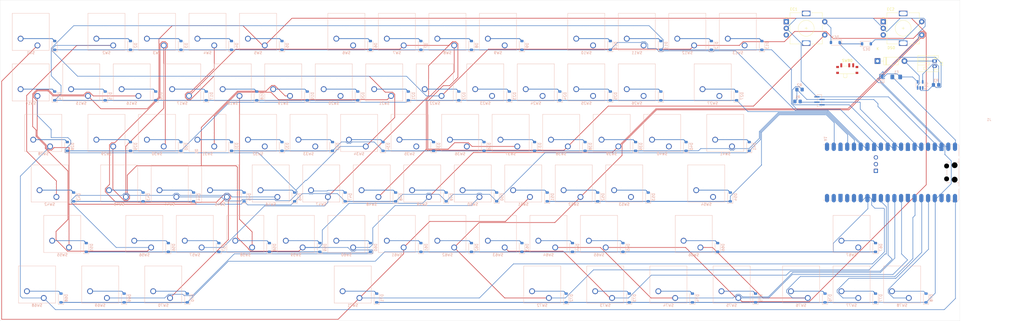
<source format=kicad_pcb>
(kicad_pcb (version 20241229) (generator "pcbnew") (generator_version "9.0")
  (layers (0 "F.Cu" signal) (2 "B.Cu" signal) (13 "F.Paste" user) (15 "B.Paste" user) (5 "F.SilkS" user "F.Silkscreen") (7 "B.SilkS" user "B.Silkscreen") (1 "F.Mask" user) (3 "B.Mask" user) (25 "Edge.Cuts" user))
  (net 0 "")
  (net 1 "R2")
  (net 2 "GND")
  (net 3 "OLED_SDA")
  (net 4 "R7")
  (net 5 "R8")
  (net 6 "C3")
  (net 7 "C9")
  (net 9 "ENC1_A")
  (net 10 "ENC2_A")
  (net 11 "R4")
  (net 12 "C10")
  (net 13 "ENC1_B")
  (net 14 "R6")
  (net 15 "+3V3")
  (net 17 "Net-(A1-VSYS)")
  (net 18 "ENC2_B")
  (net 19 "R5")
  (net 21 "C4")
  (net 22 "C1")
  (net 23 "C5")
  (net 24 "C7")
  (net 25 "C8")
  (net 26 "R3")
  (net 27 "R1")
  (net 28 "C6")
  (net 29 "C2")
  (net 30 "OLED_SCL")
  (net 31 "Net-(D1-A)")
  (net 32 "Net-(D2-A)")
  (net 33 "Net-(D3-A)")
  (net 34 "Net-(D4-A)")
  (net 35 "Net-(D5-A)")
  (net 36 "Net-(D6-A)")
  (net 37 "Net-(D7-A)")
  (net 38 "Net-(D8-A)")
  (net 39 "Net-(D9-A)")
  (net 40 "Net-(D10-A)")
  (net 41 "Net-(D11-A)")
  (net 42 "Net-(D12-A)")
  (net 43 "Net-(D13-A)")
  (net 44 "Net-(D14-A)")
  (net 45 "Net-(D15-A)")
  (net 46 "Net-(D16-A)")
  (net 47 "Net-(D17-A)")
  (net 48 "Net-(D18-A)")
  (net 49 "Net-(D19-A)")
  (net 50 "Net-(D20-A)")
  (net 51 "Net-(D21-A)")
  (net 52 "Net-(D22-A)")
  (net 53 "Net-(D23-A)")
  (net 54 "Net-(D24-A)")
  (net 55 "Net-(D25-A)")
  (net 56 "Net-(D26-A)")
  (net 57 "Net-(D27-A)")
  (net 58 "Net-(D28-A)")
  (net 59 "Net-(D29-A)")
  (net 60 "Net-(D30-A)")
  (net 61 "Net-(D31-A)")
  (net 62 "Net-(D32-A)")
  (net 63 "Net-(D33-A)")
  (net 64 "Net-(D34-A)")
  (net 65 "Net-(D35-A)")
  (net 66 "Net-(D36-A)")
  (net 67 "Net-(D37-A)")
  (net 68 "Net-(D38-A)")
  (net 69 "Net-(D39-A)")
  (net 70 "Net-(D40-A)")
  (net 71 "Net-(D41-A)")
  (net 72 "Net-(D42-A)")
  (net 73 "Net-(D43-A)")
  (net 74 "Net-(D44-A)")
  (net 75 "Net-(D45-A)")
  (net 76 "Net-(D46-A)")
  (net 77 "Net-(D47-A)")
  (net 78 "Net-(D48-A)")
  (net 79 "Net-(D49-A)")
  (net 80 "Net-(D50-A)")
  (net 81 "Net-(D51-A)")
  (net 82 "Net-(D52-A)")
  (net 83 "Net-(D53-A)")
  (net 84 "Net-(D54-A)")
  (net 85 "Net-(D55-A)")
  (net 86 "Net-(D56-A)")
  (net 87 "Net-(D57-A)")
  (net 88 "Net-(D58-A)")
  (net 89 "Net-(D59-A)")
  (net 90 "Net-(D60-A)")
  (net 91 "Net-(D61-A)")
  (net 92 "Net-(D62-A)")
  (net 93 "Net-(D63-A)")
  (net 94 "Net-(D64-A)")
  (net 95 "Net-(D65-A)")
  (net 96 "Net-(D66-A)")
  (net 97 "Net-(D67-A)")
  (net 98 "Net-(D68-A)")
  (net 99 "Net-(D69-A)")
  (net 100 "Net-(D70-A)")
  (net 101 "Net-(D71-A)")
  (net 102 "Net-(D72-A)")
  (net 103 "Net-(D73-A)")
  (net 104 "Net-(D74-A)")
  (net 105 "Net-(D75-A)")
  (net 106 "Net-(D76-A)")
  (net 107 "Net-(D77-A)")
  (net 108 "Net-(D78-A)")
  (net 109 "Net-(U1-V_{DD})")
  (net 110 "Net-(U1-PROG)")
  (net 112 "Net-(A1-VBUS)")
  (net 113 "Net-(DE1-A)")
  (net 114 "Net-(DE2-A)")
  (net 115 "Net-(DS0-A)")
  (net 119 "R9")
  (net 121 "Net-(DS0-K)")
  (footprint "Connector_JST:JST_PH_S2B-PH-K_1x02_P2.00mm_Horizontal" (layer "F.Cu") (at 376.45 44 -90)
    (property "Reference" "J2")
    (property "Value" "Conn_01x02_Pin")
  )
  (footprint "Button_Switch_SMD:SW_SPDT_PCM12" (layer "F.Cu") (at 343.5 47.025)
    (property "Reference" "SW80")
    (property "Value" "SW_SPDT")
  )
  (footprint "Diode_THT:D_DO-41_SOD81_P10.16mm_Horizontal" (layer "F.Cu") (at 354.92 44)
    (property "Reference" "DS0")
    (property "Value" "1N5817")
  )
  (footprint "Rotary_Encoder:RotaryEncoder_Alps_EC11E-Switch_Vertical_H20mm" (layer "F.Cu") (at 320.5116 29.1484)
    (property "Reference" "EC1")
    (property "Value" "RotaryEncoder_Switch")
  )
  (footprint "Rotary_Encoder:RotaryEncoder_Alps_EC11E-Switch_Vertical_H20mm" (layer "F.Cu") (at 357.08125 29.1484)
    (property "Reference" "EC2")
    (property "Value" "RotaryEncoder_Switch")
  )
  (footprint "Button_Switch_Keyboard:SW_Cherry_MX_1.00u_PCB" (layer "B.Cu") (at 228.6 57.15)
    (property "Reference" "SW24")
    (property "Value" "SW_Push")
  )
  (footprint "Module:RaspberryPi_Pico_W_SMD_HandSolder" (layer "B.Cu") (at 360 86 90)
    (property "Reference" "A1")
    (property "Value" "RaspberryPi_Pico_W")
  )
  (footprint "Button_Switch_Keyboard:SW_Cherry_MX_1.00u_PCB" (layer "B.Cu") (at 76.2 57.15)
    (property "Reference" "SW16")
    (property "Value" "SW_Push")
  )
  (footprint "Diode_SMD:D_SOD-123" (layer "B.Cu") (at 130.325 76.2 90)
    (property "Reference" "D32")
    (property "Value" "D_Small")
  )
  (footprint "Diode_SMD:D_SOD-123" (layer "B.Cu") (at 56.50625 114.3 90)
    (property "Reference" "D55")
    (property "Value" "D_Small")
  )
  (footprint "Diode_SMD:D_SOD-123" (layer "B.Cu") (at 306.5375 76.2 90)
    (property "Reference" "D41")
    (property "Value" "D_Small")
  )
  (footprint "Diode_SMD:D_SOD-123" (layer "B.Cu") (at 311.3 38.1 90)
    (property "Reference" "D13")
    (property "Value" "D_Small")
  )
  (footprint "Diode_SMD:D_SOD-123" (layer "B.Cu") (at 235.1 57.15 90)
    (property "Reference" "D24")
    (property "Value" "D_Small")
  )
  (footprint "Diode_SMD:D_SOD-123" (layer "B.Cu") (at 96.9875 95.25 90)
    (property "Reference" "D44")
    (property "Value" "D_Small")
  )
  (footprint "Button_Switch_Keyboard:SW_Cherry_MX_1.00u_PCB" (layer "B.Cu") (at 266.7 38.1)
    (property "Reference" "SW11")
    (property "Value" "SW_Push")
  )
  (footprint "Button_Switch_Keyboard:SW_Cherry_MX_1.00u_PCB" (layer "B.Cu") (at 180.975 76.2)
    (property "Reference" "SW35")
    (property "Value" "SW_Push")
  )
  (footprint "Button_Switch_Keyboard:SW_Cherry_MX_1.00u_PCB" (layer "B.Cu") (at 88.10625 133.35)
    (property "Reference" "SW70")
    (property "Value" "SW_Push")
  )
  (footprint "Diode_SMD:D_SOD-123" (layer "B.Cu") (at 168.425 76.2 90)
    (property "Reference" "D34")
    (property "Value" "D_Small")
  )
  (footprint "Fuse:Fuse_1206_3216Metric_Pad1.42x1.75mm_HandSolder" (layer "B.Cu") (at 361.9875 50 180)
    (property "Reference" "F1")
    (property "Value" "500 mA")
  )
  (footprint "Button_Switch_Keyboard:SW_Cherry_MX_1.00u_PCB" (layer "B.Cu") (at 128.5875 95.25)
    (property "Reference" "SW46")
    (property "Value" "SW_Push")
  )
  (footprint "Diode_SMD:D_SOD-123" (layer "B.Cu") (at 63.65 57.15 90)
    (property "Reference" "D15")
    (property "Value" "D_Small")
  )
  (footprint "Button_Switch_Keyboard:SW_Cherry_MX_1.00u_PCB" (layer "B.Cu") (at 195.2625 114.3)
    (property "Reference" "SW62")
    (property "Value" "SW_Push")
  )
  (footprint "Button_Switch_Keyboard:SW_Cherry_MX_1.00u_PCB" (layer "B.Cu") (at 176.2125 38.1)
    (property "Reference" "SW7")
    (property "Value" "SW_Push")
  )
  (footprint "Button_Switch_Keyboard:SW_Cherry_MX_1.00u_PCB" (layer "B.Cu") (at 247.65 38.1)
    (property "Reference" "SW10")
    (property "Value" "SW_Push")
  )
  (footprint "Package_TO_SOT_SMD:SOT-23-5" (layer "B.Cu") (at 371 53 90)
    (property "Reference" "U1")
    (property "Value" "MCP73831-2-OT")
  )
  (footprint "Diode_SMD:D_SOD-123" (layer "B.Cu") (at 158.9 57.15 90)
    (property "Reference" "D20")
    (property "Value" "D_Small")
  )
  (footprint "Button_Switch_Keyboard:SW_Cherry_MX_1.00u_PCB" (layer "B.Cu") (at 200.025 76.2)
    (property "Reference" "SW36")
    (property "Value" "SW_Push")
  )
  (footprint "Button_Switch_Keyboard:SW_Cherry_MX_1.00u_PCB" (layer "B.Cu") (at 219.075 76.2)
    (property "Reference" "SW37")
    (property "Value" "SW_Push")
  )
  (footprint "Diode_SMD:D_SOD-123" (layer "B.Cu") (at 44.6 57.15 90)
    (property "Reference" "D14")
    (property "Value" "D_Small")
  )
  (footprint "Diode_SMD:D_SOD-123" (layer "B.Cu") (at 111.275 38.1 90)
    (property "Reference" "D4")
    (property "Value" "D_Small")
  )
  (footprint "Diode_SMD:D_SOD-123" (layer "B.Cu") (at 301.775 57.15 90)
    (property "Reference" "D27")
    (property "Value" "D_Small")
  )
  (footprint "Diode_SMD:D_SOD-123" (layer "B.Cu") (at 111.275 76.2 90)
    (property "Reference" "D31")
    (property "Value" "D_Small")
  )
  (footprint "Button_Switch_Keyboard:SW_Cherry_MX_1.00u_PCB" (layer "B.Cu") (at 276.225 76.2)
    (property "Reference" "SW40")
    (property "Value" "SW_Push")
  )
  (footprint "Button_Switch_Keyboard:SW_Cherry_MX_1.00u_PCB" (layer "B.Cu") (at 104.775 76.2)
    (property "Reference" "SW31")
    (property "Value" "SW_Push")
  )
  (footprint "Button_Switch_Keyboard:SW_Cherry_MX_1.00u_PCB" (layer "B.Cu") (at 209.55 57.15)
    (property "Reference" "SW23")
    (property "Value" "SW_Push")
  )
  (footprint "Diode_SMD:D_SOD-123" (layer "B.Cu") (at 94.60625 133.35 90)
    (property "Reference" "D70")
    (property "Value" "D_Small")
  )
  (footprint "Button_Switch_Keyboard:SW_Cherry_MX_1.00u_PCB" (layer "B.Cu") (at 292.89375 95.25)
    (property "Reference" "SW54")
    (property "Value" "SW_Push")
  )
  (footprint "Button_Switch_Keyboard:SW_Cherry_MX_1.00u_PCB" (layer "B.Cu") (at 85.725 76.2)
    (property "Reference" "SW30")
    (property "Value" "SW_Push")
  )
  (footprint "Diode_SMD:D_SOD-123" (layer "B.Cu") (at 144.6125 114.3 90)
    (property "Reference" "D59")
    (property "Value" "D_Small")
  )
  (footprint "Diode_SMD:D_SOD-123" (layer "B.Cu") (at 273.2 57.15 90)
    (property "Reference" "D26" (hide yes))
    (property "Value" "D_Small")
  )
  (footprint "Button_Switch_Keyboard:SW_Cherry_MX_1.00u_PCB" (layer "B.Cu") (at 50.00625 114.3)
    (property "Reference" "SW55")
    (property "Value" "SW_Push")
  )
  (footprint "Button_Switch_Keyboard:SW_Cherry_MX_1.00u_PCB" (layer "B.Cu") (at 295.275 57.15)
    (property "Reference" "SW27")
    (property "Value" "SW_Push")
  )
  (footprint "Button_Switch_Keyboard:SW_Cherry_MX_1.00u_PCB" (layer "B.Cu") (at 302.41875 133.35)
    (property "Reference" "SW75")
    (property "Value" "SW_Push")
  )
  (footprint "Diode_SMD:D_SOD-123" (layer "B.Cu") (at 350.75 37.5)
    (property "Reference" "DE2")
    (property "Value" "D_Small")
  )
  (footprint "Diode_SMD:D_SOD-123" (layer "B.Cu") (at 261.29375 133.35 90)
    (property "Reference" "D73")
    (property "Value" "D_Small")
  )
  (footprint "Button_Switch_Keyboard:SW_Cherry_MX_1.00u_PCB" (layer "B.Cu") (at 133.35 57.15)
    (property "Reference" "SW19")
    (property "Value" "SW_Push")
  )
  (footprint "Diode_SMD:D_SOD-123" (layer "B.Cu") (at 254.15 38.1 90)
    (property "Reference" "D10")
    (property "Value" "D_Small")
  )
  (footprint "Button_Switch_Keyboard:SW_Cherry_MX_1.00u_PCB" (layer "B.Cu") (at 366.7125 133.35)
    (property "Reference" "SW78")
    (property "Value" "SW_Push")
  )
  (footprint "Button_Switch_Keyboard:SW_Cherry_MX_1.00u_PCB" (layer "B.Cu") (at 147.6375 95.25)
    (property "Reference" "SW47")
    (property "Value" "SW_Push")
  )
  (footprint "Diode_SMD:D_SOD-123" (layer "B.Cu") (at 101.75 57.15 90)
    (property "Reference" "D17")
    (property "Value" "D_Small")
  )
  (footprint "Button_Switch_Keyboard:SW_Cherry_MX_1.00u_PCB" (layer "B.Cu") (at 347.6625 114.3)
    (property "Reference" "SW67")
    (property "Value" "SW_Push")
  )
  (footprint "Diode_SMD:D_SOD-123" (layer "B.Cu") (at 182.7125 38.1 90)
    (property "Reference" "D7")
    (property "Value" "D_Small")
  )
  (footprint "Button_Switch_Keyboard:SW_Cherry_MX_1.00u_PCB" (layer "B.Cu") (at 64.29375 133.35)
    (property "Reference" "SW69")
    (property "Value" "SW_Push")
  )
  (footprint "Button_Switch_Keyboard:SW_Cherry_MX_1.00u_PCB" (layer "B.Cu") (at 233.3625 114.3)
    (property "Reference" "SW64")
    (property "Value" "SW_Push")
  )
  (footprint "Button_Switch_Keyboard:SW_Cherry_MX_1.00u_PCB" (layer "B.Cu") (at 304.8 38.1)
    (property "Reference" "SW13")
    (property "Value" "SW_Push")
  )
  (footprint "Diode_SMD:D_SOD-123" (layer "B.Cu") (at 92.225 38.1 90)
    (property "Reference" "D3")
    (property "Value" "D_Small")
  )
  (footprint "Diode_SMD:D_SOD-123" (layer "B.Cu") (at 46.98125 133.35 90)
    (property "Reference" "D68")
    (property "Value" "D_Small")
  )
  (footprint "Button_Switch_Keyboard:SW_Cherry_MX_1.00u_PCB" (layer "B.Cu") (at 159.54375 133.35)
    (property "Reference" "SW71")
    (property "Value" "SW_Push")
  )
  (footprint "Diode_SMD:D_SOD-123" (layer "B.Cu") (at 239.8625 114.3 90)
    (property "Reference" "D64")
    (property "Value" "D_Small")
  )
  (footprint "Diode_SMD:D_SOD-123" (layer "B.Cu") (at 263.675 76.2 90)
    (property "Reference" "D39")
    (property "Value" "D_Small")
  )
  (footprint "Diode_SMD:D_SOD-123" (layer "B.Cu") (at 268.4375 95.25 90)
    (property "Reference" "D53")
    (property "Value" "D_Small")
  )
  (footprint "Diode_SMD:D_SOD-123" (layer "B.Cu") (at 135.0875 95.25 90)
    (property "Reference" "D46")
    (property "Value" "D_Small")
  )
  (footprint "Button_Switch_Keyboard:SW_Cherry_MX_1.00u_PCB" (layer "B.Cu") (at 230.98125 133.35)
    (property "Reference" "SW72")
    (property "Value" "SW_Push")
  )
  (footprint "Diode_SMD:D_SOD-123" (layer "B.Cu") (at 244.625 76.2 90)
    (property "Reference" "D38")
    (property "Value" "D_Small")
  )
  (footprint "Button_Switch_Keyboard:SW_Cherry_MX_1.00u_PCB" (layer "B.Cu") (at 300.0375 76.2)
    (property "Reference" "SW41")
    (property "Value" "SW_Push")
  )
  (footprint "Diode_SMD:D_SOD-123" (layer "B.Cu") (at 163.6625 38.1 90)
    (property "Reference" "D6")
    (property "Value" "D_Small")
  )
  (footprint "Button_Switch_Keyboard:SW_Cherry_MX_1.00u_PCB" (layer "B.Cu") (at 142.875 76.2)
    (property "Reference" "SW33")
    (property "Value" "SW_Push")
  )
  (footprint "Diode_SMD:D_SOD-123" (layer "B.Cu") (at 201.7625 114.3 90)
    (property "Reference" "D62")
    (property "Value" "D_Small")
  )
  (footprint "Diode_SMD:D_SOD-123" (layer "B.Cu") (at 120.8 57.15 90)
    (property "Reference" "D18")
    (property "Value" "D_Small")
  )
  (footprint "Button_Switch_Keyboard:SW_Cherry_MX_1.00u_PCB" (layer "B.Cu") (at 152.4 57.15)
    (property "Reference" "SW20")
    (property "Value" "SW_Push")
  )
  (footprint "Button_Switch_Keyboard:SW_Cherry_MX_1.00u_PCB" (layer "B.Cu") (at 190.5 57.15)
    (property "Reference" "SW22")
    (property "Value" "SW_Push")
  )
  (footprint "Button_Switch_Keyboard:SW_Cherry_MX_1.00u_PCB" (layer "B.Cu") (at 119.0625 114.3)
    (property "Reference" "SW58")
    (property "Value" "SW_Push")
  )
  (footprint "Diode_SMD:D_SOD-123" (layer "B.Cu") (at 49.3625 76.2 90)
    (property "Reference" "D28")
    (property "Value" "D_Small")
  )
  (footprint "Diode_SMD:D_SOD-123" (layer "B.Cu") (at 166.04375 133.35 90)
    (property "Reference" "D71")
    (property "Value" "D_Small")
  )
  (footprint "Diode_SMD:D_SOD-123" (layer "B.Cu") (at 130.325 38.1 90)
    (property "Reference" "D5")
    (property "Value" "D_Small")
  )
  (footprint "Button_Switch_Keyboard:SW_Cherry_MX_1.00u_PCB" (layer "B.Cu") (at 278.60625 133.35)
    (property "Reference" "SW74")
    (property "Value" "SW_Push")
  )
  (footprint "Button_Switch_Keyboard:SW_Cherry_MX_1.00u_PCB" (layer "B.Cu") (at 109.5375 95.25)
    (property "Reference" "SW45")
    (property "Value" "SW_Push")
  )
  (footprint "Button_Switch_Keyboard:SW_Cherry_MX_1.00u_PCB" (layer "B.Cu") (at 171.45 57.15)
    (property "Reference" "SW21")
    (property "Value" "SW_Push")
  )
  (footprint "Button_Switch_Keyboard:SW_Cherry_MX_1.00u_PCB" (layer "B.Cu") (at 185.7375 95.25)
    (property "Reference" "SW49")
    (property "Value" "SW_Push")
  )
  (footprint "Button_Switch_Keyboard:SW_Cherry_MX_1.00u_PCB" (layer "B.Cu") (at 45.24375 95.25)
    (property "Reference" "SW42")
    (property "Value" "SW_Push")
  )
  (footprint "Diode_SMD:D_SOD-123" (layer "B.Cu") (at 182.7125 114.3 90)
    (property "Reference" "D61")
    (property "Value" "D_Small")
  )
  (footprint "Diode_SMD:D_SOD-123" (layer "B.Cu") (at 230.3375 95.25 90)
    (property "Reference" "D51")
    (property "Value" "D_Small")
  )
  (footprint "Diode_SMD:D_SOD-123" (layer "B.Cu") (at 192.2375 95.25 90)
    (property "Reference" "D49")
    (property "Value" "D_Small")
  )
  (footprint "Button_Switch_Keyboard:SW_Cherry_MX_1.00u_PCB" (layer "B.Cu") (at 157.1625 114.3)
    (property "Reference" "SW60")
    (property "Value" "SW_Push")
  )
  (footprint "Button_Switch_Keyboard:SW_Cherry_MX_1.00u_PCB" (layer "B.Cu") (at 80.9625 114.3)
    (property "Reference" "SW56")
    (property "Value" "SW_Push")
  )
  (footprint "Diode_SMD:D_SOD-123" (layer "B.Cu") (at 87.4625 114.3 90)
    (property "Reference" "D56")
    (property "Value" "D_Small")
  )
  (footprint "Diode_SMD:D_SOD-123" (layer "B.Cu") (at 211.2875 95.25 90)
    (property "Reference" "D50")
    (property "Value" "D_Small")
  )
  (footprint "Button_Switch_Keyboard:SW_Cherry_MX_1.00u_PCB" (layer "B.Cu") (at 42.8625 76.2)
    (property "Reference" "SW28")
    (property "Value" "SW_Push")
  )
  (footprint "Diode_SMD:D_SOD-123" (layer "B.Cu") (at 163.6625 114.3 90)
    (property "Reference" "D60")
    (property "Value" "D_Small")
  )
  (footprint "Button_Switch_Keyboard:SW_Cherry_MX_1.00u_PCB" (layer "B.Cu") (at 157.1625 38.1)
    (property "Reference" "SW6")
    (property "Value" "SW_Push")
  )
  (footprint "Resistor_SMD:R_0805_2012Metric_Pad1.20x1.40mm_HandSolder" (layer "B.Cu") (at 377 53 180)
    (property "Reference" "R3")
    (property "Value" "2k")
  )
  (footprint "Button_Switch_Keyboard:SW_Cherry_MX_1.00u_PCB" (layer "B.Cu") (at 252.4125 114.3)
    (property "Reference" "SW65")
    (property "Value" "SW_Push")
  )
  (footprint "Diode_SMD:D_SOD-123" (layer "B.Cu") (at 299.39375 95.25 90)
    (property "Reference" "D54")
    (property "Value" "D_Small")
  )
  (footprint "Button_Switch_Keyboard:SW_Cherry_MX_1.00u_PCB" (layer "B.Cu") (at 238.125 76.2)
    (property "Reference" "SW38")
    (property "Value" "SW_Push")
  )
  (footprint "Resistor_SMD:R_0805_2012Metric_Pad1.20x1.40mm_HandSolder" (layer "B.Cu") (at 325.5 54.75 180)
    (property "Reference" "R2")
    (property "Value" "4.7k")
  )
  (footprint "Diode_SMD:D_SOD-123" (layer "B.Cu") (at 308.91875 133.35 90)
    (property "Reference" "D75")
    (property "Value" "D_Small")
  )
  (footprint "Diode_SMD:D_SOD-123" (layer "B.Cu") (at 201.7625 38.1 90)
    (property "Reference" "D8")
    (property "Value" "D_Small")
  )
  (footprint "Diode_SMD:D_SOD-123" (layer "B.Cu") (at 116.0375 95.25 90)
    (property "Reference" "D45")
    (property "Value" "D_Small")
  )
  (footprint "Diode_SMD:D_SOD-123" (layer "B.Cu") (at 177.95 57.15 90)
    (property "Reference" "D21")
    (property "Value" "D_Small")
  )
  (footprint "Button_Switch_Keyboard:SW_Cherry_MX_1.00u_PCB" (layer "B.Cu") (at 214.3125 38.1)
    (property "Reference" "SW9")
    (property "Value" "SW_Push")
  )
  (footprint "Diode_SMD:D_SOD-123" (layer "B.Cu") (at 82.7 57.15 90)
    (property "Reference" "D16")
    (property "Value" "D_Small")
  )
  (footprint "Button_Switch_Keyboard:SW_Cherry_MX_1.00u_PCB" (layer "B.Cu") (at 266.7 57.15)
    (property "Reference" "SW26")
    (property "Value" "SW_Push")
  )
  (footprint "Button_Switch_Keyboard:SW_Cherry_MX_1.00u_PCB" (layer "B.Cu") (at 161.925 76.2)
    (property "Reference" "SW34")
    (property "Value" "SW_Push")
  )
  (footprint "Diode_SMD:D_SOD-123" (layer "B.Cu") (at 197 57.15 90)
    (property "Reference" "D22")
    (property "Value" "D_Small")
  )
  (footprint "Button_Switch_Keyboard:SW_Cherry_MX_1.00u_PCB" (layer "B.Cu") (at 71.4375 95.25)
    (property "Reference" "SW43")
    (property "Value" "SW_Push")
  )
  (footprint "Diode_SMD:D_SOD-123" (layer "B.Cu") (at 273.2 38.1 90)
    (property "Reference" "D11")
    (property "Value" "D_Small")
  )
  (footprint "Diode_SMD:D_SOD-123" (layer "B.Cu") (at 139.85 57.15 90)
    (property "Reference" "D19")
    (property "Value" "D_Small")
  )
  (footprint "Button_Switch_Keyboard:SW_Cherry_MX_1.00u_PCB" (layer "B.Cu") (at 95.25 57.15)
    (property "Reference" "SW17")
    (property "Value" "SW_Push")
  )
  (footprint "Diode_SMD:D_SOD-123" (layer "B.Cu") (at 187.475 76.2 90)
    (property "Reference" "D35")
    (property "Value" "D_Small")
  )
  (footprint "Button_Switch_Keyboard:SW_Cherry_MX_1.00u_PCB" (layer "B.Cu") (at 347.6625 133.35)
    (property "Reference" "SW77")
    (property "Value" "SW_Push")
  )
  (footprint "Diode_SMD:D_SOD-123" (layer "B.Cu") (at 254.15 57.15 90)
    (property "Reference" "D25")
    (property "Value" "D_Small")
  )
  (footprint "Package_SON:WSON-6-1EP_2x2mm_P0.65mm_EP1x1.6mm" (layer "B.Cu") (at 356.6125 49.85)
    (property "Reference" "U2")
    (property "Value" "TVS0500DRV")
  )
  (footprint "Diode_SMD:D_SOD-123" (layer "B.Cu") (at 92.225 76.2 90)
    (property "Reference" "D30")
    (property "Value" "D_Small")
  )
  (footprint "Diode_SMD:D_SOD-123" (layer "B.Cu") (at 285.10625 133.35 90)
    (property "Reference" "D74")
    (property "Value" "D_Small")
  )
  (footprint "Diode_SMD:D_SOD-123" (layer "B.Cu") (at 335.1125 133.35 90)
    (property "Reference" "D76")
    (property "Value" "D_Small")
  )
  (footprint "Diode_SMD:D_SOD-123" (layer "B.Cu") (at 216.05 57.15 90)
    (property "Reference" "D23")
    (property "Value" "D_Small")
  )
  (footprint "Diode_SMD:D_SOD-123" (layer "B.Cu") (at 154.1375 95.25 90)
    (property "Reference" "D47")
    (property "Value" "D_Small")
  )
  (footprint "Button_Switch_Keyboard:SW_Cherry_MX_1.00u_PCB" (layer "B.Cu") (at 38.1 57.15)
    (property "Reference" "SW14")
    (property "Value" "SW_Push")
  )
  (footprint "Diode_SMD:D_SOD-123" (layer "B.Cu") (at 70.79375 133.35 90)
    (property "Reference" "D69")
    (property "Value" "D_Small")
  )
  (footprint "Diode_SMD:D_SOD-123" (layer "B.Cu") (at 292.25 38.1 90)
    (property "Reference" "D12")
    (property "Value" "D_Small")
  )
  (footprint "Button_Switch_Keyboard:SW_Cherry_MX_1.00u_PCB" (layer "B.Cu") (at 242.8875 95.25)
    (property "Reference" "SW52")
    (property "Value" "SW_Push")
  )
  (footprint "Button_Switch_Keyboard:SW_Cherry_MX_1.00u_PCB" (layer "B.Cu") (at 166.6875 95.25)
    (property "Reference" "SW48")
    (property "Value" "SW_Push")
  )
  (footprint "Diode_SMD:D_SOD-123" (layer "B.Cu") (at 44.6 38.1 90)
    (property "Reference" "D1")
    (property "Value" "D_Small")
  )
  (footprint "Diode_SMD:D_SOD-123" (layer "B.Cu") (at 206.525 76.2 90)
    (property "Reference" "D36")
    (property "Value" "D_Small")
  )
  (footprint "Button_Switch_Keyboard:SW_Cherry_MX_1.00u_PCB" (layer "B.Cu") (at 38.1 38.1)
    (property "Reference" "SW1")
    (property "Value" "SW_Push")
  )
  (footprint "Button_Switch_Keyboard:SW_Cherry_MX_1.00u_PCB" (layer "B.Cu") (at 176.2125 114.3)
    (property "Reference" "SW61")
    (property "Value" "SW_Push")
  )
  (footprint "Diode_SMD:D_SOD-123" (layer "B.Cu") (at 77.9375 95.25 90)
    (property "Reference" "D43")
    (property "Value" "D_Small")
  )
  (footprint "Diode_SMD:D_SOD-123" (layer "B.Cu") (at 237.48125 133.35 90)
    (property "Reference" "D72")
    (property "Value" "D_Small")
  )
  (footprint "Resistor_SMD:R_0805_2012Metric_Pad1.20x1.40mm_HandSolder" (layer "B.Cu") (at 324.75 59.25 180)
    (property "Reference" "R1")
    (property "Value" "4.7k")
  )
  (footprint "Button_Switch_Keyboard:SW_Cherry_MX_1.00u_PCB" (layer "B.Cu") (at 223.8375 95.25)
    (property "Reference" "SW51")
    (property "Value" "SW_Push")
  )
  (footprint "Button_Switch_Keyboard:SW_Cherry_MX_1.00u_PCB" (layer "B.Cu") (at 261.9375 95.25)
    (property "Reference" "SW53")
    (property "Value" "SW_Push")
  )
  (footprint "Diode_SMD:D_SOD-123" (layer "B.Cu") (at 339 37 180)
    (property "Reference" "DE1")
    (property "Value" "D_Small")
  )
  (footprint "Button_Switch_Keyboard:SW_Cherry_MX_1.00u_PCB" (layer "B.Cu") (at 66.675 38.1)
    (property "Reference" "SW2")
    (property "Value" "SW_Push")
  )
  (footprint "Diode_SMD:D_SOD-123" (layer "B.Cu") (at 354.1625 114.3 90)
    (property "Reference" "D67")
    (property "Value" "D_Small")
  )
  (footprint "Button_Switch_Keyboard:SW_Cherry_MX_1.00u_PCB" (layer "B.Cu") (at 328.6125 133.35)
    (property "Reference" "SW76")
    (property "Value" "SW_Push")
  )
  (footprint "Diode_SMD:D_SOD-123" (layer "B.Cu") (at 73.175 76.2 90)
    (property "Reference" "D29")
    (property "Value" "D_Small")
  )
  (footprint "Diode_SMD:D_SOD-123" (layer "B.Cu") (at 282.725 76.2 90)
    (property "Reference" "D40")
    (property "Value" "D_Small")
  )
  (footprint "Button_Switch_Keyboard:SW_Cherry_MX_1.00u_PCB" (layer "B.Cu") (at 138.1125 114.3)
    (property "Reference" "SW59")
    (property "Value" "SW_Push")
  )
  (footprint "Button_Switch_Keyboard:SW_Cherry_MX_1.00u_PCB" (layer "B.Cu") (at 288.13125 114.3)
    (property "Reference" "SW66")
    (property "Value" "SW_Push")
  )
  (footprint "Diode_SMD:D_SOD-123" (layer "B.Cu") (at 106.5125 114.3 90)
    (property "Reference" "D57")
    (property "Value" "D_Small")
  )
  (footprint "Diode_SMD:D_SOD-123" (layer "B.Cu") (at 373.2125 133.35 90)
    (property "Reference" "D78")
    (property "Value" "D_Small")
  )
  (footprint "Button_Switch_Keyboard:SW_Cherry_MX_1.00u_PCB" (layer "B.Cu") (at 123.825 38.1)
    (property "Reference" "SW5")
    (property "Value" "SW_Push")
  )
  (footprint "Connector_PinSocket_1.00mm:PinSocket_1x04_P1.00mm_Vertical_SMD_Pin1Right" (layer "B.Cu") (at 333.025 59 180)
    (property "Reference" "J1")
    (property "Value" "Conn_01x04_Pin")
  )
  (footprint "Diode_SMD:D_SOD-123" (layer "B.Cu") (at 149.375 76.2 90)
    (property "Reference" "D33")
    (property "Value" "D_Small")
  )
  (footprint "Diode_SMD:D_SOD-123" (layer "B.Cu") (at 354.1625 133.35 90)
    (property "Reference" "D77")
    (property "Value" "D_Small")
  )
  (footprint "Diode_SMD:D_SOD-123" (layer "B.Cu") (at 220.8125 38.1 90)
    (property "Reference" "D9")
    (property "Value" "D_Small")
  )
  (footprint "Button_Switch_Keyboard:SW_Cherry_MX_1.00u_PCB" (layer "B.Cu") (at 57.15 57.15)
    (property "Reference" "SW15")
    (property "Value" "SW_Push")
  )
  (footprint "Button_Switch_Keyboard:SW_Cherry_MX_1.00u_PCB" (layer "B.Cu") (at 90.4875 95.25)
    (property "Reference" "SW44")
    (property "Value" "SW_Push")
  )
  (footprint "Diode_SMD:D_SOD-123" (layer "B.Cu") (at 173.1875 95.25 90)
    (property "Reference" "D48")
    (property "Value" "D_Small")
  )
  (footprint "Button_Switch_Keyboard:SW_Cherry_MX_1.00u_PCB" (layer "B.Cu") (at 85.725 38.1)
    (property "Reference" "SW3")
    (property "Value" "SW_Push")
  )
  (footprint "Button_Switch_Keyboard:SW_Cherry_MX_1.00u_PCB" (layer "B.Cu") (at 40.48125 133.35)
    (property "Reference" "SW68")
    (property "Value" "SW_Push")
  )
  (footprint "Diode_SMD:D_SOD-123" (layer "B.Cu") (at 220.8125 114.3 90)
    (property "Reference" "D63")
    (property "Value" "D_Small")
  )
  (footprint "Diode_SMD:D_SOD-123" (layer "B.Cu") (at 73.175 38.1 90)
    (property "Reference" "D2")
    (property "Value" "D_Small")
  )
  (footprint "Diode_SMD:D_SOD-123" (layer "B.Cu") (at 258.9125 114.3 90)
    (property "Reference" "D65")
    (property "Value" "D_Small")
  )
  (footprint "Diode_SMD:D_SOD-123" (layer "B.Cu") (at 225.575 76.2 90)
    (property "Reference" "D37")
    (property "Value" "D_Small")
  )
  (footprint "Button_Switch_Keyboard:SW_Cherry_MX_1.00u_PCB" (layer "B.Cu") (at 214.3125 114.3)
    (property "Reference" "SW63")
    (property "Value" "SW_Push")
  )
  (footprint "Diode_SMD:D_SOD-123" (layer "B.Cu") (at 249.3875 95.25 90)
    (property "Reference" "D52")
    (property "Value" "D_Small")
  )
  (footprint "Button_Switch_Keyboard:SW_Cherry_MX_1.00u_PCB" (layer "B.Cu") (at 66.675 76.2)
    (property "Reference" "SW29")
    (property "Value" "SW_Push")
  )
  (footprint "Button_Switch_Keyboard:SW_Cherry_MX_1.00u_PCB" (layer "B.Cu") (at 247.65 57.15)
    (property "Reference" "SW25")
    (property "Value" "SW_Push")
  )
  (footprint "Diode_SMD:D_SOD-123" (layer "B.Cu") (at 294.63125 114.3 90)
    (property "Reference" "D66")
    (property "Value" "D_Small")
  )
  (footprint "Button_Switch_Keyboard:SW_Cherry_MX_1.00u_PCB" (layer "B.Cu") (at 204.7875 95.25)
    (property "Reference" "SW50")
    (property "Value" "SW_Push")
  )
  (footprint "Button_Switch_Keyboard:SW_Cherry_MX_1.00u_PCB" (layer "B.Cu") (at 104.775 38.1)
    (property "Reference" "SW4")
    (property "Value" "SW_Push")
  )
  (footprint "Diode_SMD:D_SOD-123" (layer "B.Cu") (at 51.74375 95.25 90)
    (property "Reference" "D42")
    (property "Value" "D_Small")
  )
  (footprint "Button_Switch_Keyboard:SW_Cherry_MX_1.00u_PCB" (layer "B.Cu") (at 195.2625 38.1)
    (property "Reference" "SW8")
    (property "Value" "SW_Push")
  )
  (footprint "Button_Switch_Keyboard:SW_Cherry_MX_1.00u_PCB" (layer "B.Cu") (at 123.825 76.2)
    (property "Reference" "SW32")
    (property "Value" "SW_Push")
  )
  (footprint "Button_Switch_Keyboard:SW_Cherry_MX_1.00u_PCB" (layer "B.Cu") (at 100.0125 114.3)
    (property "Reference" "SW57")
    (property "Value" "SW_Push")
  )
  (footprint "Button_Switch_Keyboard:SW_Cherry_MX_1.00u_PCB" (layer "B.Cu") (at 114.3 57.15)
    (property "Reference" "SW18")
    (property "Value" "SW_Push")
  )
  (footprint "Button_Switch_Keyboard:SW_Cherry_MX_1.00u_PCB" (layer "B.Cu") (at 257.175 76.2)
    (property "Reference" "SW39")
    (property "Value" "SW_Push")
  )
  (footprint "Button_Switch_Keyboard:SW_Cherry_MX_1.00u_PCB" (layer "B.Cu") (at 254.79375 133.35)
    (property "Reference" "SW73")
    (property "Value" "SW_Push")
  )
  (footprint "Button_Switch_Keyboard:SW_Cherry_MX_1.00u_PCB" (layer "B.Cu") (at 285.75 38.1)
    (property "Reference" "SW12")
    (property "Value" "SW_Push")
  )
  (footprint "Diode_SMD:D_SOD-123" (layer "B.Cu") (at 125.5625 114.3 90)
    (property "Reference" "D58")
    (property "Value" "D_Small")
  )
  (gr_rect (start 24 21) (end 386 142) (stroke (width 0.05)) (fill no) (layer "Edge.Cuts"))
  (segment (start 44.6 58.8) (end 63.65 58.8) (width 0.2) (layer "B.Cu") (net 1))
  (segment (start 139.85 58.8) (end 158.9 58.8) (width 0.2) (layer "B.Cu") (net 1))
  (segment (start 44.6 58.8) (end 63.65 58.8) (width 0.2) (layer "B.Cu") (net 1))
  (segment (start 315 39.75) (end 311.3 39.75) (width 0.2) (layer "B.Cu") (net 1))
  (segment (start 139.85 58.8) (end 158.9 58.8) (width 0.2) (layer "B.Cu") (net 1))
  (segment (start 120.8 58.8) (end 139.85 58.8) (width 0.2) (layer "B.Cu") (net 1))
  (segment (start 82.7 58.8) (end 101.75 58.8) (width 0.2) (layer "B.Cu") (net 1))
  (segment (start 101.75 58.8) (end 120.8 58.8) (width 0.2) (layer "B.Cu") (net 1))
  (segment (start 101.75 58.8) (end 120.8 58.8) (width 0.2) (layer "B.Cu") (net 1))
  (segment (start 292.25 39.75) (end 311.3 39.75) (width 0.2) (layer "B.Cu") (net 1))
  (segment (start 120.8 58.8) (end 139.85 58.8) (width 0.2) (layer "B.Cu") (net 1))
  (segment (start 44.6 58.8) (end 63.65 58.8) (width 0.2) (layer "B.Cu") (net 1))
  (segment (start 356.362 77.686) (end 340.926 62.25) (width 0.2) (layer "B.Cu") (net 1))
  (segment (start 274.101 36.00089) (end 268.76911 30.669) (width 0.2) (layer "B.Cu") (net 1))
  (segment (start 51.76379 30.669) (end 43.298 39.13479) (width 0.2) (layer "B.Cu") (net 1))
  (segment (start 322.448 47.302) (end 322.5 47.25) (width 0.2) (layer "B.Cu") (net 1))
  (segment (start 273.2 39.75) (end 292.25 39.75) (width 0.2) (layer "B.Cu") (net 1))
  (segment (start 63.65 58.8) (end 82.7 58.8) (width 0.2) (layer "B.Cu") (net 1))
  (segment (start 292.25 39.75) (end 311.3 39.75) (width 0.2) (layer "B.Cu") (net 1))
  (segment (start 47 53.25) (end 47 56.4) (width 0.2) (layer "B.Cu") (net 1))
  (segment (start 324.59674 62.25) (end 322.448 60.10126) (width 0.2) (layer "B.Cu") (net 1))
  (segment (start 322.5 47.25) (end 315 39.75) (width 0.2) (layer "B.Cu") (net 1))
  (segment (start 274.101 38.849) (end 274.101 36.00089) (width 0.2) (layer "B.Cu") (net 1))
  (segment (start 63.65 58.8) (end 82.7 58.8) (width 0.2) (layer "B.Cu") (net 1))
  (segment (start 273.2 39.75) (end 292.25 39.75) (width 0.2) (layer "B.Cu") (net 1))
  (segment (start 268.76911 30.669) (end 51.76379 30.669) (width 0.2) (layer "B.Cu") (net 1))
  (segment (start 340.926 62.25) (end 324.59674 62.25) (width 0.2) (layer "B.Cu") (net 1))
  (segment (start 101.75 58.8) (end 120.8 58.8) (width 0.2) (layer "B.Cu") (net 1))
  (segment (start 139.85 58.8) (end 158.9 58.8) (width 0.2) (layer "B.Cu") (net 1))
  (segment (start 82.7 58.8) (end 101.75 58.8) (width 0.2) (layer "B.Cu") (net 1))
  (segment (start 322.448 60.10126) (end 322.448 47.302) (width 0.2) (layer "B.Cu") (net 1))
  (segment (start 63.65 58.8) (end 82.7 58.8) (width 0.2) (layer "B.Cu") (net 1))
  (segment (start 43.298 49.548) (end 47 53.25) (width 0.2) (layer "B.Cu") (net 1))
  (segment (start 273.2 39.75) (end 292.25 39.75) (width 0.2) (layer "B.Cu") (net 1))
  (segment (start 82.7 58.8) (end 101.75 58.8) (width 0.2) (layer "B.Cu") (net 1))
  (segment (start 47 56.4) (end 44.6 58.8) (width 0.2) (layer "B.Cu") (net 1))
  (segment (start 43.298 39.13479) (end 43.298 49.548) (width 0.2) (layer "B.Cu") (net 1))
  (segment (start 273.2 39.75) (end 274.101 38.849) (width 0.2) (layer "B.Cu") (net 1))
  (segment (start 120.8 58.8) (end 139.85 58.8) (width 0.2) (layer "B.Cu") (net 1))
  (segment (start 292.25 39.75) (end 311.3 39.75) (width 0.2) (layer "B.Cu") (net 1))
  (segment (start 357.0115 48.927642) (end 363.340142 42.599) (width 0.2) (layer "B.Cu") (net 2))
  (segment (start 373.899 55.101) (end 376 53) (width 0.2) (layer "B.Cu") (net 2))
  (segment (start 363.340142 42.599) (end 376.81016 42.599) (width 0.2) (layer "B.Cu") (net 2))
  (segment (start 378.901 53.68516) (end 378.58516 54.001) (width 0.2) (layer "B.Cu") (net 2))
  (segment (start 370.28025 33.46975) (end 370.28025 35.658892) (width 0.2) (layer "B.Cu") (net 2))
  (segment (start 377.001 54.001) (end 376 53) (width 0.2) (layer "B.Cu") (net 2))
  (segment (start 353.28025 27.8474) (end 357.08125 31.6484) (width 0.2) (layer "B.Cu") (net 2))
  (segment (start 376 53) (end 376 46.45) (width 0.2) (layer "B.Cu") (net 2))
  (segment (start 320.5116 31.6484) (end 324.3126 27.8474) (width 0.2) (layer "B.Cu") (net 2))
  (segment (start 372.88225 30.86775) (end 370.28025 33.46975) (width 0.2) (layer "B.Cu") (net 2))
  (segment (start 370.28025 35.658892) (end 363.340142 42.599) (width 0.2) (layer "B.Cu") (net 2))
  (segment (start 371 54.1375) (end 371 54.799999) (width 0.2) (layer "B.Cu") (net 2))
  (segment (start 358.38225 32.9494) (end 357.08125 31.6484) (width 0.2) (layer "B.Cu") (net 2))
  (segment (start 372.3474 27.8474) (end 372.88225 28.38225) (width 0.2) (layer "B.Cu") (net 2))
  (segment (start 358.38225 32.9494) (end 363.48425 27.8474) (width 0.2) (layer "B.Cu") (net 2))
  (segment (start 357.0115 50.772358) (end 357.0115 48.927642) (width 0.2) (layer "B.Cu") (net 2))
  (segment (start 378.901 44.68984) (end 378.901 53.68516) (width 0.2) (layer "B.Cu") (net 2))
  (segment (start 355.725 50.5) (end 355.725 49.2) (width 0.2) (layer "B.Cu") (net 2))
  (segment (start 326.1106 37.2474) (end 320.5116 31.6484) (width 0.2) (layer "B.Cu") (net 2))
  (segment (start 371 54.799999) (end 371.301001 55.101) (width 0.2) (layer "B.Cu") (net 2))
  (segment (start 378.58516 54.001) (end 377.001 54.001) (width 0.2) (layer "B.Cu") (net 2))
  (segment (start 326.1106 51.5606) (end 326.1106 37.2474) (width 0.2) (layer "B.Cu") (net 2))
  (segment (start 357.0115 50.772358) (end 357.0115 47.9135) (width 0.2) (layer "B.Cu") (net 2))
  (segment (start 379.222 77.686) (end 359.036 57.5) (width 0.2) (layer "B.Cu") (net 2))
  (segment (start 371.301001 55.101) (end 373.899 55.101) (width 0.2) (layer "B.Cu") (net 2))
  (segment (start 332.05 57.5) (end 326.1106 51.5606) (width 0.2) (layer "B.Cu") (net 2))
  (segment (start 376 46.45) (end 376.45 46) (width 0.2) (layer "B.Cu") (net 2))
  (segment (start 376.81016 42.599) (end 378.901 44.68984) (width 0.2) (layer "B.Cu") (net 2))
  (segment (start 332.05 57.5) (end 359.036 57.5) (width 0.2) (layer "B.Cu") (net 2))
  (segment (start 372.88225 28.38225) (end 372.88225 30.86775) (width 0.2) (layer "B.Cu") (net 2))
  (segment (start 324.3126 27.8474) (end 353.28025 27.8474) (width 0.2) (layer "B.Cu") (net 2))
  (segment (start 355.725 49.2) (end 357.0115 47.9135) (width 0.2) (layer "B.Cu") (net 2))
  (segment (start 363.48425 27.8474) (end 372.3474 27.8474) (width 0.2) (layer "B.Cu") (net 2))
  (segment (start 346.878 63.122) (end 361.442 77.686) (width 0.2) (layer "B.Cu") (net 3))
  (segment (start 346.872 63.122) (end 344.25 60.5) (width 0.2) (layer "B.Cu") (net 3))
  (segment (start 324.03029 53.63355) (end 325.38355 53.63355) (width 0.2) (layer "B.Cu") (net 3))
  (segment (start 334 60.5) (end 323.41384 60.5) (width 0.2) (layer "B.Cu") (net 3))
  (segment (start 334 60.5) (end 344.25 60.5) (width 0.2) (layer "B.Cu") (net 3))
  (segment (start 323.41384 60.5) (end 322.849 59.93516) (width 0.2) (layer "B.Cu") (net 3))
  (segment (start 322.849 59.93516) (end 322.849 54.81484) (width 0.2) (layer "B.Cu") (net 3))
  (segment (start 346.878 63.122) (end 346.872 63.122) (width 0.2) (layer "B.Cu") (net 3))
  (segment (start 325.38355 53.63355) (end 326.5 54.75) (width 0.2) (layer "B.Cu") (net 3))
  (segment (start 322.849 54.81484) (end 324.03029 53.63355) (width 0.2) (layer "B.Cu") (net 3))
  (segment (start 182.7125 115.95) (end 201.7625 115.95) (width 0.2) (layer "B.Cu") (net 4))
  (segment (start 239.8625 115.95) (end 258.9125 115.95) (width 0.2) (layer "B.Cu") (net 4))
  (segment (start 294.63125 115.95) (end 354.1625 115.95) (width 0.2) (layer "B.Cu") (net 4))
  (segment (start 201.7625 115.95) (end 220.8125 115.95) (width 0.2) (layer "B.Cu") (net 4))
  (segment (start 258.9125 115.95) (end 294.63125 115.95) (width 0.2) (layer "B.Cu") (net 4))
  (segment (start 70.79375 135) (end 94.60625 135) (width 0.2) (layer "B.Cu") (net 4))
  (segment (start 351.282 99.67897) (end 351.282 97.066) (width 0.2) (layer "B.Cu") (net 4))
  (segment (start 201.7625 115.95) (end 220.8125 115.95) (width 0.2) (layer "B.Cu") (net 4))
  (segment (start 338.25 115.95) (end 338.25 112.71097) (width 0.2) (layer "B.Cu") (net 4))
  (segment (start 182.7125 115.95) (end 201.7625 115.95) (width 0.2) (layer "B.Cu") (net 4))
  (segment (start 239.8625 115.95) (end 258.9125 115.95) (width 0.2) (layer "B.Cu") (net 4))
  (segment (start 70.79375 135) (end 94.60625 135) (width 0.2) (layer "B.Cu") (net 4))
  (segment (start 220.8125 115.95) (end 239.8625 115.95) (width 0.2) (layer "B.Cu") (net 4))
  (segment (start 258.9125 115.95) (end 294.63125 115.95) (width 0.2) (layer "B.Cu") (net 4))
  (segment (start 110.10625 119.5) (end 165.5 119.5) (width 0.2) (layer "B.Cu") (net 4))
  (segment (start 94.60625 135) (end 110.10625 119.5) (width 0.2) (layer "B.Cu") (net 4))
  (segment (start 201.7625 115.95) (end 220.8125 115.95) (width 0.2) (layer "B.Cu") (net 4))
  (segment (start 258.9125 115.95) (end 294.63125 115.95) (width 0.2) (layer "B.Cu") (net 4))
  (segment (start 165.5 119.5) (end 169.05 115.95) (width 0.2) (layer "B.Cu") (net 4))
  (segment (start 239.8625 115.95) (end 258.9125 115.95) (width 0.2) (layer "B.Cu") (net 4))
  (segment (start 294.63125 115.95) (end 338.25 115.95) (width 0.2) (layer "B.Cu") (net 4))
  (segment (start 338.25 115.95) (end 354.1625 115.95) (width 0.2) (layer "B.Cu") (net 4))
  (segment (start 294.63125 115.95) (end 354.1625 115.95) (width 0.2) (layer "B.Cu") (net 4))
  (segment (start 169.05 115.95) (end 182.7125 115.95) (width 0.2) (layer "B.Cu") (net 4))
  (segment (start 46.98125 135) (end 70.79375 135) (width 0.2) (layer "B.Cu") (net 4))
  (segment (start 70.79375 135) (end 94.60625 135) (width 0.2) (layer "B.Cu") (net 4))
  (segment (start 46.98125 135) (end 70.79375 135) (width 0.2) (layer "B.Cu") (net 4))
  (segment (start 220.8125 115.95) (end 239.8625 115.95) (width 0.2) (layer "B.Cu") (net 4))
  (segment (start 338.25 112.71097) (end 351.282 99.67897) (width 0.2) (layer "B.Cu") (net 4))
  (segment (start 220.8125 115.95) (end 239.8625 115.95) (width 0.2) (layer "B.Cu") (net 4))
  (segment (start 46.98125 135) (end 70.79375 135) (width 0.2) (layer "B.Cu") (net 4))
  (segment (start 182.7125 115.95) (end 201.7625 115.95) (width 0.2) (layer "B.Cu") (net 4))
  (segment (start 166.04375 135) (end 237.48125 135) (width 0.2) (layer "B.Cu") (net 5))
  (segment (start 335.1125 135) (end 354.1625 135) (width 0.2) (layer "B.Cu") (net 5))
  (segment (start 341 37) (end 341.5 37.5) (width 0.2) (layer "B.Cu") (net 5))
  (segment (start 335.1125 135) (end 354.1625 135) (width 0.2) (layer "B.Cu") (net 5))
  (segment (start 340.65 37) (end 341 37) (width 0.2) (layer "B.Cu") (net 5))
  (segment (start 166.04375 135) (end 237.48125 135) (width 0.2) (layer "B.Cu") (net 5))
  (segment (start 285.10625 135) (end 308.91875 135) (width 0.2) (layer "B.Cu") (net 5))
  (segment (start 355.201 52.151) (end 340.65 37.6) (width 0.2) (layer "B.Cu") (net 5))
  (segment (start 354.1625 135) (end 373.2125 135) (width 0.2) (layer "B.Cu") (net 5))
  (segment (start 261.29375 135) (end 285.10625 135) (width 0.2) (layer "B.Cu") (net 5))
  (segment (start 376.682 96.289) (end 382.721 90.25) (width 0.2) (layer "B.Cu") (net 5))
  (segment (start 237.48125 135) (end 261.29375 135) (width 0.2) (layer "B.Cu") (net 5))
  (segment (start 308.91875 135) (end 335.1125 135) (width 0.2) (layer "B.Cu") (net 5))
  (segment (start 166.04375 135) (end 237.48125 135) (width 0.2) (layer "B.Cu") (net 5))
  (segment (start 376.682 97.066) (end 376.682 96.289) (width 0.2) (layer "B.Cu") (net 5))
  (segment (start 382.721 81.643) (end 380.328 79.25) (width 0.2) (layer "B.Cu") (net 5))
  (segment (start 380.328 79.25) (end 380.328 76.427878) (width 0.2) (layer "B.Cu") (net 5))
  (segment (start 237.48125 135) (end 261.29375 135) (width 0.2) (layer "B.Cu") (net 5))
  (segment (start 373.2125 135) (end 376.682 131.5305) (width 0.2) (layer "B.Cu") (net 5))
  (segment (start 382.721 90.25) (end 382.721 81.643) (width 0.2) (layer "B.Cu") (net 5))
  (segment (start 308.91875 135) (end 335.1125 135) (width 0.2) (layer "B.Cu") (net 5))
  (segment (start 349.1 37.5) (end 341.15 37.5) (width 0.2) (layer "B.Cu") (net 5))
  (segment (start 261.29375 135) (end 285.10625 135) (width 0.2) (layer "B.Cu") (net 5))
  (segment (start 285.10625 135) (end 308.91875 135) (width 0.2) (layer "B.Cu") (net 5))
  (segment (start 380.328 76.427878) (end 356.051122 52.151) (width 0.2) (layer "B.Cu") (net 5))
  (segment (start 340.65 37.6) (end 340.65 37) (width 0.2) (layer "B.Cu") (net 5))
  (segment (start 335.1125 135) (end 354.1625 135) (width 0.2) (layer "B.Cu") (net 5))
  (segment (start 237.48125 135) (end 261.29375 135) (width 0.2) (layer "B.Cu") (net 5))
  (segment (start 285.10625 135) (end 308.91875 135) (width 0.2) (layer "B.Cu") (net 5))
  (segment (start 341.5 37.5) (end 349.1 37.5) (width 0.2) (layer "B.Cu") (net 5))
  (segment (start 261.29375 135) (end 285.10625 135) (width 0.2) (layer "B.Cu") (net 5))
  (segment (start 380.328 79.295594) (end 380.328 79.25) (width 0.2) (layer "B.Cu") (net 5))
  (segment (start 308.91875 135) (end 335.1125 135) (width 0.2) (layer "B.Cu") (net 5))
  (segment (start 341.15 37.5) (end 340.65 37) (width 0.2) (layer "B.Cu") (net 5))
  (segment (start 356.051122 52.151) (end 355.201 52.151) (width 0.2) (layer "B.Cu") (net 5))
  (segment (start 376.682 131.5305) (end 376.682 97.066) (width 0.2) (layer "B.Cu") (net 5))
  (segment (start 71.4375 76.08903) (end 71.4375 95.25) (width 0.2) (layer "F.Cu") (net 6))
  (segment (start 215.7135 115.701) (end 236.359934 115.701) (width 0.2) (layer "F.Cu") (net 6))
  (segment (start 236.359934 115.701) (end 254.008934 133.35) (width 0.2) (layer "F.Cu") (net 6))
  (segment (start 254.008934 133.35) (end 254.79375 133.35) (width 0.2) (layer "F.Cu") (net 6))
  (segment (start 214.3125 114.3) (end 215.7135 115.701) (width 0.2) (layer "F.Cu") (net 6))
  (segment (start 85.725 38.1) (end 85.725 61.80153) (width 0.2) (layer "F.Cu") (net 6))
  (segment (start 85.725 61.80153) (end 71.4375 76.08903) (width 0.2) (layer "F.Cu") (net 6))
  (segment (start 322 123.25) (end 355.9329 123.25) (width 0.2) (layer "B.Cu") (net 6))
  (segment (start 358.902 117.152) (end 358.902 97.066) (width 0.2) (layer "B.Cu") (net 6))
  (segment (start 260.99386 133.35) (end 269.59386 124.75) (width 0.2) (layer "B.Cu") (net 6))
  (segment (start 269.59386 124.75) (end 320.5 124.75) (width 0.2) (layer "B.Cu") (net 6))
  (segment (start 360.46645 118.71645) (end 358.902 117.152) (width 0.2) (layer "B.Cu") (net 6))
  (segment (start 320.5 124.75) (end 322 123.25) (width 0.2) (layer "B.Cu") (net 6))
  (segment (start 254.79375 133.35) (end 260.99386 133.35) (width 0.2) (layer "B.Cu") (net 6))
  (segment (start 355.9329 123.25) (end 360.46645 118.71645) (width 0.2) (layer "B.Cu") (net 6))
  (segment (start 72.8385 94.669686) (end 72 93.831186) (width 0.2) (layer "F.Cu") (net 7))
  (segment (start 99.884 83.366) (end 99.75 83.5) (width 0.2) (layer "F.Cu") (net 7))
  (segment (start 371.58125 34.1484) (end 343.72965 62) (width 0.2) (layer "F.Cu") (net 7))
  (segment (start 117.6615 114.880314) (end 118.482186 115.701) (width 0.2) (layer "F.Cu") (net 7))
  (segment (start 72 93.831186) (end 72 87) (width 0.2) (layer "F.Cu") (net 7))
  (segment (start 113.553586 55.348) (end 99.884 69.017586) (width 0.2) (layer "F.Cu") (net 7))
  (segment (start 126.419686 53.209) (end 124.280686 55.348) (width 0.2) (layer "F.Cu") (net 7))
  (segment (start 133.35 57.15) (end 131.521314 57.15) (width 0.2) (layer "F.Cu") (net 7))
  (segment (start 343.72965 62) (end 271.375 62) (width 0.2) (layer "F.Cu") (net 7))
  (segment (start 99.884 69.017586) (end 99.884 83.366) (width 0.2) (layer "F.Cu") (net 7))
  (segment (start 72 87) (end 75.5 83.5) (width 0.2) (layer "F.Cu") (net 7))
  (segment (start 66.5465 92.340314) (end 70.857186 96.651) (width 0.2) (layer "F.Cu") (net 7))
  (segment (start 66.675 76.2) (end 66.5465 76.3285) (width 0.2) (layer "F.Cu") (net 7))
  (segment (start 113.5 84) (end 113.5 110.566186) (width 0.2) (layer "F.Cu") (net 7))
  (segment (start 257.175 76.2) (end 254.875 78.5) (width 0.2) (layer "F.Cu") (net 7))
  (segment (start 117.6615 114.727686) (end 117.6615 114.880314) (width 0.2) (layer "F.Cu") (net 7))
  (segment (start 66.5465 76.3285) (end 66.5465 92.340314) (width 0.2) (layer "F.Cu") (net 7))
  (segment (start 136.7115 115.701) (end 138.1125 114.3) (width 0.2) (layer "F.Cu") (net 7))
  (segment (start 72.8385 95.830314) (end 72.8385 94.669686) (width 0.2) (layer "F.Cu") (net 7))
  (segment (start 202.4875 78.5) (end 185.7375 95.25) (width 0.2) (layer "F.Cu") (net 7))
  (segment (start 72.017814 96.651) (end 72.8385 95.830314) (width 0.2) (layer "F.Cu") (net 7))
  (segment (start 75.5 83.5) (end 99.75 83.5) (width 0.2) (layer "F.Cu") (net 7))
  (segment (start 113 83.5) (end 113.5 84) (width 0.2) (layer "F.Cu") (net 7))
  (segment (start 99.75 83.5) (end 113 83.5) (width 0.2) (layer "F.Cu") (net 7))
  (segment (start 113.5 110.566186) (end 117.6615 114.727686) (width 0.2) (layer "F.Cu") (net 7))
  (segment (start 70.857186 96.651) (end 72.017814 96.651) (width 0.2) (layer "F.Cu") (net 7))
  (segment (start 118.482186 115.701) (end 136.7115 115.701) (width 0.2) (layer "F.Cu") (net 7))
  (segment (start 127.580314 53.209) (end 126.419686 53.209) (width 0.2) (layer "F.Cu") (net 7))
  (segment (start 254.875 78.5) (end 202.4875 78.5) (width 0.2) (layer "F.Cu") (net 7))
  (segment (start 124.280686 55.348) (end 113.553586 55.348) (width 0.2) (layer "F.Cu") (net 7))
  (segment (start 271.375 62) (end 257.175 76.2) (width 0.2) (layer "F.Cu") (net 7))
  (segment (start 131.521314 57.15) (end 127.580314 53.209) (width 0.2) (layer "F.Cu") (net 7))
  (segment (start 93.40736 132.451) (end 96.58815 132.451) (width 0.2) (layer "B.Cu") (net 7))
  (segment (start 112.33815 116.701) (end 164.26161 116.701) (width 0.2) (layer "B.Cu") (net 7))
  (segment (start 144.31261 114.3) (end 138.1125 114.3) (width 0.2) (layer "B.Cu") (net 7))
  (segment (start 164.5635 116.39911) (end 164.5635 115.50089) (width 0.2) (layer "B.Cu") (net 7))
  (segment (start 163.06339 115.199) (end 163.01239 115.25) (width 0.2) (layer "B.Cu") (net 7))
  (segment (start 183.3365 97.651) (end 155.599 97.651) (width 0.2) (layer "B.Cu") (net 7))
  (segment (start 155.599 97.651) (end 145.5135 107.7365) (width 0.2) (layer "B.Cu") (net 7))
  (segment (start 86.124936 133.35) (end 87.525936 131.949) (width 0.2) (layer "B.Cu") (net 7))
  (segment (start 87.525936 131.949) (end 92.90536 131.949) (width 0.2) (layer "B.Cu") (net 7))
  (segment (start 96.58815 132.451) (end 112.33815 116.701) (width 0.2) (layer "B.Cu") (net 7))
  (segment (start 156.582186 115.701) (end 155.181186 114.3) (width 0.2) (layer "B.Cu") (net 7))
  (segment (start 163.01239 115.25) (end 158.193814 115.25) (width 0.2) (layer "B.Cu") (net 7))
  (segment (start 155.181186 114.3) (end 138.1125 114.3) (width 0.2) (layer "B.Cu") (net 7))
  (segment (start 92.90536 131.949) (end 93.40736 132.451) (width 0.2) (layer "B.Cu") (net 7))
  (segment (start 164.5635 115.50089) (end 164.26161 115.199) (width 0.2) (layer "B.Cu") (net 7))
  (segment (start 185.7375 95.25) (end 183.3365 97.651) (width 0.2) (layer "B.Cu") (net 7))
  (segment (start 145.5135 113.09911) (end 144.31261 114.3) (width 0.2) (layer "B.Cu") (net 7))
  (segment (start 164.26161 115.199) (end 163.06339 115.199) (width 0.2) (layer "B.Cu") (net 7))
  (segment (start 145.5135 107.7365) (end 145.5135 113.09911) (width 0.2) (layer "B.Cu") (net 7))
  (segment (start 158.193814 115.25) (end 157.742814 115.701) (width 0.2) (layer "B.Cu") (net 7))
  (segment (start 64.29375 133.35) (end 86.124936 133.35) (width 0.2) (layer "B.Cu") (net 7))
  (segment (start 157.742814 115.701) (end 156.582186 115.701) (width 0.2) (layer "B.Cu") (net 7))
  (segment (start 164.26161 116.701) (end 164.5635 116.39911) (width 0.2) (layer "B.Cu") (net 7))
  (segment (start 263.675 77.85) (end 282.725 77.85) (width 0.2) (layer "B.Cu") (net 11))
  (segment (start 346.202 77.686) (end 346.202 73.7402) (width 0.2) (layer "B.Cu") (net 11))
  (segment (start 244.625 77.85) (end 263.675 77.85) (width 0.2) (layer "B.Cu") (net 11))
  (segment (start 244.625 77.85) (end 263.675 77.85) (width 0.2) (layer "B.Cu") (net 11))
  (segment (start 130.325 77.85) (end 149.375 77.85) (width 0.2) (layer "B.Cu") (net 11))
  (segment (start 306.5 77) (end 301.218814 77) (width 0.2) (layer "B.Cu") (net 11))
  (segment (start 168.425 77.85) (end 187.475 77.85) (width 0.2) (layer "B.Cu") (net 11))
  (segment (start 130.325 77.85) (end 149.375 77.85) (width 0.2) (layer "B.Cu") (net 11))
  (segment (start 244.625 77.85) (end 263.675 77.85) (width 0.2) (layer "B.Cu") (net 11))
  (segment (start 225.575 77.85) (end 244.625 77.85) (width 0.2) (layer "B.Cu") (net 11))
  (segment (start 317.4799 63.453) (end 310.349 70.5839) (width 0.2) (layer "B.Cu") (net 11))
  (segment (start 310.349 73.151) (end 306.5 77) (width 0.2) (layer "B.Cu") (net 11))
  (segment (start 154.433686 74.5) (end 154.994686 75.061) (width 0.2) (layer "B.Cu") (net 11))
  (segment (start 187.475 77.85) (end 206.525 77.85) (width 0.2) (layer "B.Cu") (net 11))
  (segment (start 346.202 73.7402) (end 335.9148 63.453) (width 0.2) (layer "B.Cu") (net 11))
  (segment (start 111.275 77.85) (end 130.325 77.85) (width 0.2) (layer "B.Cu") (net 11))
  (segment (start 156.716314 74.5) (end 165.075 74.5) (width 0.2) (layer "B.Cu") (net 11))
  (segment (start 263.675 77.85) (end 282.725 77.85) (width 0.2) (layer "B.Cu") (net 11))
  (segment (start 165.075 74.5) (end 168.425 77.85) (width 0.2) (layer "B.Cu") (net 11))
  (segment (start 111.275 77.85) (end 130.325 77.85) (width 0.2) (layer "B.Cu") (net 11))
  (segment (start 335.9148 63.453) (end 317.4799 63.453) (width 0.2) (layer "B.Cu") (net 11))
  (segment (start 168.425 77.85) (end 187.475 77.85) (width 0.2) (layer "B.Cu") (net 11))
  (segment (start 154.994686 75.061) (end 156.155314 75.061) (width 0.2) (layer "B.Cu") (net 11))
  (segment (start 187.475 77.85) (end 206.525 77.85) (width 0.2) (layer "B.Cu") (net 11))
  (segment (start 187.475 77.85) (end 206.525 77.85) (width 0.2) (layer "B.Cu") (net 11))
  (segment (start 168.425 77.85) (end 187.475 77.85) (width 0.2) (layer "B.Cu") (net 11))
  (segment (start 206.525 77.85) (end 225.575 77.85) (width 0.2) (layer "B.Cu") (net 11))
  (segment (start 130.325 77.85) (end 149.375 77.85) (width 0.2) (layer "B.Cu") (net 11))
  (segment (start 225.575 77.85) (end 244.625 77.85) (width 0.2) (layer "B.Cu") (net 11))
  (segment (start 156.155314 75.061) (end 156.716314 74.5) (width 0.2) (layer "B.Cu") (net 11))
  (segment (start 310.349 70.5839) (end 310.349 73.151) (width 0.2) (layer "B.Cu") (net 11))
  (segment (start 225.575 77.85) (end 244.625 77.85) (width 0.2) (layer "B.Cu") (net 11))
  (segment (start 152.725 74.5) (end 154.433686 74.5) (width 0.2) (layer "B.Cu") (net 11))
  (segment (start 287.38597 77.85) (end 282.725 77.85) (width 0.2) (layer "B.Cu") (net 11))
  (segment (start 298.856186 77) (end 288.23597 77) (width 0.2) (layer "B.Cu") (net 11))
  (segment (start 206.525 77.85) (end 225.575 77.85) (width 0.2) (layer "B.Cu") (net 11))
  (segment (start 288.23597 77) (end 287.38597 77.85) (width 0.2) (layer "B.Cu") (net 11))
  (segment (start 300.617814 77.601) (end 299.457186 77.601) (width 0.2) (layer "B.Cu") (net 11))
  (segment (start 299.457186 77.601) (end 298.856186 77) (width 0.2) (layer "B.Cu") (net 11))
  (segment (start 301.218814 77) (end 300.617814 77.601) (width 0.2) (layer "B.Cu") (net 11))
  (segment (start 263.675 77.85) (end 282.725 77.85) (width 0.2) (layer "B.Cu") (net 11))
  (segment (start 149.375 77.85) (end 152.725 74.5) (width 0.2) (layer "B.Cu") (net 11))
  (segment (start 206.525 77.85) (end 225.575 77.85) (width 0.2) (layer "B.Cu") (net 11))
  (segment (start 111.275 77.85) (end 130.325 77.85) (width 0.2) (layer "B.Cu") (net 11))
  (segment (start 65.274 75.619686) (end 66.094686 74.799) (width 0.2) (layer "F.Cu") (net 12))
  (segment (start 108.957186 93.849) (end 105.556186 97.25) (width 0.2) (layer "F.Cu") (net 12))
  (segment (start 63.6865 92.129686) (end 65.274 90.542186) (width 0.2) (layer "F.Cu") (net 12))
  (segment (start 65.274 90.542186) (end 65.274 75.619686) (width 0.2) (layer "F.Cu") (net 12))
  (segment (start 110.117814 111.338436) (end 110.117814 96.651) (width 0.2) (layer "F.Cu") (net 12))
  (segment (start 67.255314 74.799) (end 84.324 57.730314) (width 0.2) (layer "F.Cu") (net 12))
  (segment (start 110.9385 95.830314) (end 110.9385 94.669686) (width 0.2) (layer "F.Cu") (net 12))
  (segment (start 85.144686 36.699) (end 86.305314 36.699) (width 0.2) (layer "F.Cu") (net 12))
  (segment (start 87.126 38.680314) (end 86.305314 39.501) (width 0.2) (layer "F.Cu") (net 12))
  (segment (start 86.305314 36.699) (end 87.126 37.519686) (width 0.2) (layer "F.Cu") (net 12))
  (segment (start 110.117814 96.651) (end 110.9385 95.830314) (width 0.2) (layer "F.Cu") (net 12))
  (segment (start 86.305314 75.619686) (end 85.725 76.2) (width 0.2) (layer "F.Cu") (net 12))
  (segment (start 105.556186 97.25) (end 67.646186 97.25) (width 0.2) (layer "F.Cu") (net 12))
  (segment (start 110.117814 93.849) (end 108.957186 93.849) (width 0.2) (layer "F.Cu") (net 12))
  (segment (start 84.324 57.730314) (end 84.324 37.519686) (width 0.2) (layer "F.Cu") (net 12))
  (segment (start 86.305314 39.501) (end 86.305314 75.619686) (width 0.2) (layer "F.Cu") (net 12))
  (segment (start 88.10625 133.35) (end 110.117814 111.338436) (width 0.2) (layer "F.Cu") (net 12))
  (segment (start 66.094686 74.799) (end 67.255314 74.799) (width 0.2) (layer "F.Cu") (net 12))
  (segment (start 110.9385 94.669686) (end 110.117814 93.849) (width 0.2) (layer "F.Cu") (net 12))
  (segment (start 67.646186 97.25) (end 63.6865 93.290314) (width 0.2) (layer "F.Cu") (net 12))
  (segment (start 63.6865 93.290314) (end 63.6865 92.129686) (width 0.2) (layer "F.Cu") (net 12))
  (segment (start 84.324 37.519686) (end 85.144686 36.699) (width 0.2) (layer "F.Cu") (net 12))
  (segment (start 87.126 37.519686) (end 87.126 38.680314) (width 0.2) (layer "F.Cu") (net 12))
  (segment (start 366.7125 133.35) (end 360.921186 133.35) (width 0.2) (layer "B.Cu") (net 12))
  (segment (start 374.142 114.975684) (end 374.142 97.066) (width 0.2) (layer "B.Cu") (net 12))
  (segment (start 172.9625 98.5) (end 202 98.5) (width 0.2) (layer "B.Cu") (net 12))
  (segment (start 202 98.0375) (end 204.7875 95.25) (width 0.2) (layer "B.Cu") (net 12))
  (segment (start 202 98.5) (end 202 98.0375) (width 0.2) (layer "B.Cu") (net 12))
  (segment (start 163.36261 114.3) (end 164.5635 113.09911) (width 0.2) (layer "B.Cu") (net 12))
  (segment (start 164.5635 113.09911) (end 164.5635 106.899) (width 0.2) (layer "B.Cu") (net 12))
  (segment (start 363.367684 125.75) (end 374.142 114.975684) (width 0.2) (layer "B.Cu") (net 12))
  (segment (start 157.1625 114.3) (end 163.36261 114.3) (width 0.2) (layer "B.Cu") (net 12))
  (segment (start 358.9615 131.390314) (end 358.9615 130.156184) (width 0.2) (layer "B.Cu") (net 12))
  (segment (start 360.921186 133.35) (end 358.9615 131.390314) (width 0.2) (layer "B.Cu") (net 12))
  (segment (start 164.5635 106.899) (end 172.9625 98.5) (width 0.2) (layer "B.Cu") (net 12))
  (segment (start 358.9615 130.156184) (end 363.367684 125.75) (width 0.2) (layer "B.Cu") (net 12))
  (segment (start 87.4625 115.95) (end 106.5125 115.95) (width 0.2) (layer "B.Cu") (net 14))
  (segment (start 230.3375 96.9) (end 249.3875 96.9) (width 0.2) (layer "B.Cu") (net 14))
  (segment (start 125.5625 115.95) (end 144.6125 115.95) (width 0.2) (layer "B.Cu") (net 14))
  (segment (start 311.2 83.2) (end 299.39375 95.00625) (width 0.2) (layer "B.Cu") (net 14))
  (segment (start 311.151 70.9161) (end 311.151 83.151) (width 0.2) (layer "B.Cu") (net 14))
  (segment (start 230.3375 96.9) (end 249.3875 96.9) (width 0.2) (layer "B.Cu") (net 14))
  (segment (start 106.5125 115.95) (end 125.5625 115.95) (width 0.2) (layer "B.Cu") (net 14))
  (segment (start 299.39375 95.00625) (end 299.39375 96.9) (width 0.2) (layer "B.Cu") (net 14))
  (segment (start 125.5625 115.95) (end 144.6125 115.95) (width 0.2) (layer "B.Cu") (net 14))
  (segment (start 317.8121 64.255) (end 311.151 70.9161) (width 0.2) (layer "B.Cu") (net 14))
  (segment (start 106.5125 115.95) (end 125.5625 115.95) (width 0.2) (layer "B.Cu") (net 14))
  (segment (start 268.4375 96.9) (end 299.39375 96.9) (width 0.2) (layer "B.Cu") (net 14))
  (segment (start 87.4625 115.95) (end 106.5125 115.95) (width 0.2) (layer "B.Cu") (net 14))
  (segment (start 268.4375 96.9) (end 299.39375 96.9) (width 0.2) (layer "B.Cu") (net 14))
  (segment (start 311.151 83.151) (end 311.2 83.2) (width 0.2) (layer "B.Cu") (net 14))
  (segment (start 268.4375 96.9) (end 299.39375 96.9) (width 0.2) (layer "B.Cu") (net 14))
  (segment (start 87.4625 115.95) (end 106.5125 115.95) (width 0.2) (layer "B.Cu") (net 14))
  (segment (start 56.50625 115.95) (end 87.4625 115.95) (width 0.2) (layer "B.Cu") (net 14))
  (segment (start 335.5826 64.255) (end 317.8121 64.255) (width 0.2) (layer "B.Cu") (net 14))
  (segment (start 163.3625 116.25) (end 163.6625 115.95) (width 0.2) (layer "B.Cu") (net 14))
  (segment (start 106.5125 115.95) (end 125.5625 115.95) (width 0.2) (layer "B.Cu") (net 14))
  (segment (start 249.3875 96.9) (end 268.4375 96.9) (width 0.2) (layer "B.Cu") (net 14))
  (segment (start 338.582 67.2544) (end 335.5826 64.255) (width 0.2) (layer "B.Cu") (net 14))
  (segment (start 144.9125 116.25) (end 163.3625 116.25) (width 0.2) (layer "B.Cu") (net 14))
  (segment (start 249.3875 96.9) (end 268.4375 96.9) (width 0.2) (layer "B.Cu") (net 14))
  (segment (start 125.5625 115.95) (end 144.6125 115.95) (width 0.2) (layer "B.Cu") (net 14))
  (segment (start 338.582 77.686) (end 338.582 67.2544) (width 0.2) (layer "B.Cu") (net 14))
  (segment (start 249.3875 96.9) (end 268.4375 96.9) (width 0.2) (layer "B.Cu") (net 14))
  (segment (start 56.50625 115.95) (end 87.4625 115.95) (width 0.2) (layer "B.Cu") (net 14))
  (segment (start 56.50625 115.95) (end 87.4625 115.95) (width 0.2) (layer "B.Cu") (net 14))
  (segment (start 230.3375 96.9) (end 249.3875 96.9) (width 0.2) (layer "B.Cu") (net 14))
  (segment (start 144.6125 115.95) (end 144.9125 116.25) (width 0.2) (layer "B.Cu") (net 14))
  (segment (start 355.083 60.083) (end 353.5 58.5) (width 0.2) (layer "B.Cu") (net 15))
  (segment (start 355.083 61.167) (end 355.083 60.083) (width 0.2) (layer "B.Cu") (net 15))
  (segment (start 334 58.5) (end 328.25 58.5) (width 0.2) (layer "B.Cu") (net 15))
  (segment (start 334 58.5) (end 353.5 58.5) (width 0.2) (layer "B.Cu") (net 15))
  (segment (start 324.5 58.5) (end 323.75 59.25) (width 0.2) (layer "B.Cu") (net 15))
  (segment (start 355.083 61.167) (end 371.602 77.686) (width 0.2) (layer "B.Cu") (net 15))
  (segment (start 324.5 54.75) (end 324.5 58.5) (width 0.2) (layer "B.Cu") (net 15))
  (segment (start 328.25 58.5) (end 324.5 54.75) (width 0.2) (layer "B.Cu") (net 15))
  (segment (start 356.214142 51.75) (end 356.217222 51.75) (width 0.2) (layer "B.Cu") (net 17))
  (segment (start 356.217222 51.75) (end 381.762 77.294778) (width 0.2) (layer "B.Cu") (net 17))
  (segment (start 381.762 77.294778) (end 381.762 77.686) (width 0.2) (layer "B.Cu") (net 17))
  (segment (start 354.92 50.455858) (end 356.214142 51.75) (width 0.2) (layer "B.Cu") (net 17))
  (segment (start 205.768814 94.25) (end 208.6375 94.25) (width 0.2) (layer "B.Cu") (net 19))
  (segment (start 147.057186 93.849) (end 148.217814 93.849) (width 0.2) (layer "B.Cu") (net 19))
  (segment (start 194.8875 94.25) (end 203.806186 94.25) (width 0.2) (layer "B.Cu") (net 19))
  (segment (start 335.7487 63.854) (end 343.662 71.7673) (width 0.2) (layer "B.Cu") (net 19))
  (segment (start 205.367814 93.849) (end 205.768814 94.25) (width 0.2) (layer "B.Cu") (net 19))
  (segment (start 204.207186 93.849) (end 205.367814 93.849) (width 0.2) (layer "B.Cu") (net 19))
  (segment (start 203.806186 94.25) (end 204.207186 93.849) (width 0.2) (layer "B.Cu") (net 19))
  (segment (start 154.1375 96.9) (end 173.1875 96.9) (width 0.2) (layer "B.Cu") (net 19))
  (segment (start 343.662 71.7673) (end 343.662 77.686) (width 0.2) (layer "B.Cu") (net 19))
  (segment (start 114.9375 98) (end 116.0375 96.9) (width 0.2) (layer "B.Cu") (net 19))
  (segment (start 306.5375 77.85) (end 310.75 73.6375) (width 0.2) (layer "B.Cu") (net 19))
  (segment (start 185.157186 93.849) (end 186.317814 93.849) (width 0.2) (layer "B.Cu") (net 19))
  (segment (start 148.368814 94) (end 151.2375 94) (width 0.2) (layer "B.Cu") (net 19))
  (segment (start 306.5375 77.85) (end 305.7865 78.601) (width 0.2) (layer "B.Cu") (net 19))
  (segment (start 151.2375 94) (end 154.1375 96.9) (width 0.2) (layer "B.Cu") (net 19))
  (segment (start 133.7375 98.25) (end 135.0875 96.9) (width 0.2) (layer "B.Cu") (net 19))
  (segment (start 229.48497 78.601) (end 211.2875 96.79847) (width 0.2) (layer "B.Cu") (net 19))
  (segment (start 305.7865 78.601) (end 229.48497 78.601) (width 0.2) (layer "B.Cu") (net 19))
  (segment (start 310.75 70.75) (end 317.646 63.854) (width 0.2) (layer "B.Cu") (net 19))
  (segment (start 184.756186 94.25) (end 185.157186 93.849) (width 0.2) (layer "B.Cu") (net 19))
  (segment (start 135.0875 96.9) (end 137.9875 94) (width 0.2) (layer "B.Cu") (net 19))
  (segment (start 189.5875 94.25) (end 192.2375 96.9) (width 0.2) (layer "B.Cu") (net 19))
  (segment (start 146.906186 94) (end 147.057186 93.849) (width 0.2) (layer "B.Cu") (net 19))
  (segment (start 51.74375 96.9) (end 77.9375 96.9) (width 0.2) (layer "B.Cu") (net 19))
  (segment (start 116.0375 96.9) (end 117.3875 98.25) (width 0.2) (layer "B.Cu") (net 19))
  (segment (start 140.707186 94.111) (end 141.867814 94.111) (width 0.2) (layer "B.Cu") (net 19))
  (segment (start 186.718814 94.25) (end 189.5875 94.25) (width 0.2) (layer "B.Cu") (net 19))
  (segment (start 154.1375 96.9) (end 173.1875 96.9) (width 0.2) (layer "B.Cu") (net 19))
  (segment (start 140.596186 94) (end 140.707186 94.111) (width 0.2) (layer "B.Cu") (net 19))
  (segment (start 141.867814 94.111) (end 141.978814 94) (width 0.2) (layer "B.Cu") (net 19))
  (segment (start 310.75 73.6375) (end 310.75 70.75) (width 0.2) (layer "B.Cu") (net 19))
  (segment (start 186.317814 93.849) (end 186.718814 94.25) (width 0.2) (layer "B.Cu") (net 19))
  (segment (start 51.74375 96.9) (end 77.9375 96.9) (width 0.2) (layer "B.Cu") (net 19))
  (segment (start 141.978814 94) (end 146.906186 94) (width 0.2) (layer "B.Cu") (net 19))
  (segment (start 77.9375 96.9) (end 96.9875 96.9) (width 0.2) (layer "B.Cu") (net 19))
  (segment (start 208.6375 94.25) (end 211.2875 96.9) (width 0.2) (layer "B.Cu") (net 19))
  (segment (start 175.8375 94.25) (end 184.756186 94.25) (width 0.2) (layer "B.Cu") (net 19))
  (segment (start 51.74375 96.9) (end 77.9375 96.9) (width 0.2) (layer "B.Cu") (net 19))
  (segment (start 211.2875 96.79847) (end 211.2875 96.9) (width 0.2) (layer "B.Cu") (net 19))
  (segment (start 137.9875 94) (end 140.596186 94) (width 0.2) (layer "B.Cu") (net 19))
  (segment (start 96.9875 96.9) (end 98.0875 98) (width 0.2) (layer "B.Cu") (net 19))
  (segment (start 77.9375 96.9) (end 96.9875 96.9) (width 0.2) (layer "B.Cu") (net 19))
  (segment (start 148.217814 93.849) (end 148.368814 94) (width 0.2) (layer "B.Cu") (net 19))
  (segment (start 77.9375 96.9) (end 96.9875 96.9) (width 0.2) (layer "B.Cu") (net 19))
  (segment (start 317.646 63.854) (end 335.7487 63.854) (width 0.2) (layer "B.Cu") (net 19))
  (segment (start 98.0875 98) (end 114.9375 98) (width 0.2) (layer "B.Cu") (net 19))
  (segment (start 154.1375 96.9) (end 173.1875 96.9) (width 0.2) (layer "B.Cu") (net 19))
  (segment (start 117.3875 98.25) (end 133.7375 98.25) (width 0.2) (layer "B.Cu") (net 19))
  (segment (start 192.2375 96.9) (end 194.8875 94.25) (width 0.2) (layer "B.Cu") (net 19))
  (segment (start 173.1875 96.9) (end 175.8375 94.25) (width 0.2) (layer "B.Cu") (net 19))
  (segment (start 95.830314 55.749) (end 94.669686 55.749) (width 0.2) (layer "F.Cu") (net 21))
  (segment (start 104.662314 49.719) (end 163.234184 49.719) (width 0.2) (layer "F.Cu") (net 21))
  (segment (start 104.775 46.804314) (end 95.830314 55.749) (width 0.2) (layer "F.Cu") (net 21))
  (segment (start 269.481186 133.35) (end 278.60625 133.35) (width 0.2) (layer "F.Cu") (net 21))
  (segment (start 172.030314 55.749) (end 172.851 56.569686) (width 0.2) (layer "F.Cu") (net 21))
  (segment (start 169.264184 55.749) (end 172.030314 55.749) (width 0.2) (layer "F.Cu") (net 21))
  (segment (start 172.851 56.569686) (end 172.851 65.274) (width 0.2) (layer "F.Cu") (net 21))
  (segment (start 93.849 57.730314) (end 94.669686 58.551) (width 0.2) (layer "F.Cu") (net 21))
  (segment (start 95.830314 58.551) (end 104.662314 49.719) (width 0.2) (layer "F.Cu") (net 21))
  (segment (start 172.851 65.274) (end 161.925 76.2) (width 0.2) (layer "F.Cu") (net 21))
  (segment (start 93.849 56.569686) (end 93.849 57.730314) (width 0.2) (layer "F.Cu") (net 21))
  (segment (start 94.669686 58.551) (end 95.830314 58.551) (width 0.2) (layer "F.Cu") (net 21))
  (segment (start 94.669686 55.749) (end 93.849 56.569686) (width 0.2) (layer "F.Cu") (net 21))
  (segment (start 104.775 38.1) (end 104.775 46.804314) (width 0.2) (layer "F.Cu") (net 21))
  (segment (start 250.431186 114.3) (end 269.481186 133.35) (width 0.2) (layer "F.Cu") (net 21))
  (segment (start 233.3625 114.3) (end 250.431186 114.3) (width 0.2) (layer "F.Cu") (net 21))
  (segment (start 163.234184 49.719) (end 169.264184 55.749) (width 0.2) (layer "F.Cu") (net 21))
  (segment (start 322.9329 123.75) (end 356 123.75) (width 0.2) (layer "B.Cu") (net 21))
  (segment (start 128.007186 96.651) (end 133.38661 96.651) (width 0.2) (layer "B.Cu") (net 21))
  (segment (start 107.556186 95.25) (end 109.056186 96.75) (width 0.2) (layer "B.Cu") (net 21))
  (segment (start 356 123.75) (end 361.442 118.308) (width 0.2) (layer "B.Cu") (net 21))
  (segment (start 114.83739 96.75) (end 115.43839 96.149) (width 0.2) (layer "B.Cu") (net 21))
  (segment (start 135.9885 94.04911) (end 135.9885 93.15089) (width 0.2) (layer "B.Cu") (net 21))
  (segment (start 50.6645 75.19789) (end 50.6645 73.93479) (width 0.2) (layer "B.Cu") (net 21))
  (segment (start 139.281 88.969) (end 135.543805 92.706195) (width 0.2) (layer "B.Cu") (net 21))
  (segment (start 48.76339 78.601) (end 48.4615 78.29911) (width 0.2) (layer "B.Cu") (net 21))
  (segment (start 127.505186 96.149) (end 128.007186 96.651) (width 0.2) (layer "B.Cu") (net 21))
  (segment (start 133.38661 96.651) (end 135.9885 94.04911) (width 0.2) (layer "B.Cu") (net 21))
  (segment (start 161.925 76.2) (end 152.37511 76.2) (width 0.2) (layer "B.Cu") (net 21))
  (segment (start 109.056186 96.75) (end 114.83739 96.75) (width 0.2) (layer "B.Cu") (net 21))
  (segment (start 43.2635 70.0135) (end 43.25 70) (width 0.2) (layer "B.Cu") (net 21))
  (segment (start 361.442 118.308) (end 361.442 97.066) (width 0.2) (layer "B.Cu") (net 21))
  (segment (start 300.437436 133.35) (end 301.838436 131.949) (width 0.2) (layer "B.Cu") (net 21))
  (segment (start 43.25 70) (end 43.25 69.75) (width 0.2) (layer "B.Cu") (net 21))
  (segment (start 43.25 69.75) (end 38.1 64.6) (width 0.2) (layer "B.Cu") (net 21))
  (segment (start 115.43839 96.149) (end 127.505186 96.149) (width 0.2) (layer "B.Cu") (net 21))
  (segment (start 48.4615 78.29911) (end 48.4615 77.40089) (width 0.2) (layer "B.Cu") (net 21))
  (segment (start 313.7339 132.949) (end 322.9329 123.75) (width 0.2) (layer "B.Cu") (net 21))
  (segment (start 135.9885 93.15089) (end 135.543805 92.706195) (width 0.2) (layer "B.Cu") (net 21))
  (segment (start 49.58771 72.858) (end 43.2635 72.858) (width 0.2) (layer "B.Cu") (net 21))
  (segment (start 152.37511 76.2) (end 139.60611 88.969) (width 0.2) (layer "B.Cu") (net 21))
  (segment (start 302.999064 131.949) (end 303.999064 132.949) (width 0.2) (layer "B.Cu") (net 21))
  (segment (start 90.4875 95.25) (end 107.556186 95.25) (width 0.2) (layer "B.Cu") (net 21))
  (segment (start 278.60625 133.35) (end 300.437436 133.35) (width 0.2) (layer "B.Cu") (net 21))
  (segment (start 50.556195 75.306195) (end 50.6645 75.19789) (width 0.2) (layer "B.Cu") (net 21))
  (segment (start 139.60611 88.969) (end 139.281 88.969) (width 0.2) (layer "B.Cu") (net 21))
  (segment (start 50.6645 73.93479) (end 49.58771 72.858) (width 0.2) (layer "B.Cu") (net 21))
  (segment (start 38.1 64.6) (end 38.1 57.15) (width 0.2) (layer "B.Cu") (net 21))
  (segment (start 303.999064 132.949) (end 313.7339 132.949) (width 0.2) (layer "B.Cu") (net 21))
  (segment (start 48.4615 77.40089) (end 50.556195 75.306195) (width 0.2) (layer "B.Cu") (net 21))
  (segment (start 301.838436 131.949) (end 302.999064 131.949) (width 0.2) (layer "B.Cu") (net 21))
  (segment (start 121.43861 78.601) (end 48.76339 78.601) (width 0.2) (layer "B.Cu") (net 21))
  (segment (start 43.2635 72.858) (end 43.2635 70.0135) (width 0.2) (layer "B.Cu") (net 21))
  (segment (start 135.543805 92.706195) (end 121.43861 78.601) (width 0.2) (layer "B.Cu") (net 21))
  (segment (start 186.0125 104.5) (end 214.5875 104.5) (width 0.2) (layer "F.Cu") (net 22))
  (segment (start 170.049 58.551) (end 171.45 57.15) (width 0.2) (layer "F.Cu") (net 22))
  (segment (start 151.49475 141.399) (end 159.54375 133.35) (width 0.2) (layer "F.Cu") (net 22))
  (segment (start 103.95 76.2) (end 104.775 76.2) (width 0.2) (layer "F.Cu") (net 22))
  (segment (start 38.1 38.1) (end 24.601 51.599) (width 0.2) (layer "F.Cu") (net 22))
  (segment (start 159.54375 133.35) (end 176.2125 116.68125) (width 0.2) (layer "F.Cu") (net 22))
  (segment (start 176.2125 114.3) (end 186.0125 104.5) (width 0.2) (layer "F.Cu") (net 22))
  (segment (start 104.775 76.2) (end 104.775 64.693686) (width 0.2) (layer "F.Cu") (net 22))
  (segment (start 126.157686 55.749) (end 128.959686 58.551) (width 0.2) (layer "F.Cu") (net 22))
  (segment (start 104.775 64.693686) (end 113.719686 55.749) (width 0.2) (layer "F.Cu") (net 22))
  (segment (start 214.5875 104.5) (end 223.8375 95.25) (width 0.2) (layer "F.Cu") (net 22))
  (segment (start 128.959686 58.551) (end 170.049 58.551) (width 0.2) (layer "F.Cu") (net 22))
  (segment (start 24.601 141.399) (end 151.49475 141.399) (width 0.2) (layer "F.Cu") (net 22))
  (segment (start 176.2125 116.68125) (end 176.2125 114.3) (width 0.2) (layer "F.Cu") (net 22))
  (segment (start 24.601 51.599) (end 24.601 141.399) (width 0.2) (layer "F.Cu") (net 22))
  (segment (start 113.719686 55.749) (end 126.157686 55.749) (width 0.2) (layer "F.Cu") (net 22))
  (segment (start 351.57305 95) (end 350.808 95) (width 0.2) (layer "B.Cu") (net 22))
  (segment (start 350.808 95) (end 348.742 97.066) (width 0.2) (layer "B.Cu") (net 22))
  (segment (start 353.891878 99.5) (end 352.716 98.324122) (width 0.2) (layer "B.Cu") (net 22))
  (segment (start 204.76261 133.35) (end 217.61261 120.5) (width 0.2) (layer "B.Cu") (net 22))
  (segment (start 357.5 116) (end 357.5 99.75) (width 0.2) (layer "B.Cu") (net 22))
  (segment (start 352.716 98.324122) (end 352.716 96.14295) (width 0.2) (layer "B.Cu") (net 22))
  (segment (start 357.25 99.5) (end 353.891878 99.5) (width 0.2) (layer "B.Cu") (net 22))
  (segment (start 217.61261 120.5) (end 353 120.5) (width 0.2) (layer "B.Cu") (net 22))
  (segment (start 159.54375 133.35) (end 204.76261 133.35) (width 0.2) (layer "B.Cu") (net 22))
  (segment (start 353 120.5) (end 357.5 116) (width 0.2) (layer "B.Cu") (net 22))
  (segment (start 352.716 96.14295) (end 351.57305 95) (width 0.2) (layer "B.Cu") (net 22))
  (segment (start 357.5 99.75) (end 357.25 99.5) (width 0.2) (layer "B.Cu") (net 22))
  (segment (start 50.00625 76.627686) (end 50.00625 98) (width 0.2) (layer "F.Cu") (net 23))
  (segment (start 44.2635 76.627686) (end 50.00625 76.627686) (width 0.2) (layer "F.Cu") (net 23))
  (segment (start 57.15 57.15) (end 43.964816 57.15) (width 0.2) (layer "F.Cu") (net 23))
  (segment (start 282.52722 114.3) (end 301.57722 133.35) (width 0.2) (layer "F.Cu") (net 23))
  (segment (start 79.487214 62) (end 83.923 57.564214) (width 0.2) (layer "F.Cu") (net 23))
  (segment (start 42.064816 55.25) (end 38 55.25) (width 0.2) (layer "F.Cu") (net 23))
  (segment (start 329.192814 134.751) (end 303.81975 134.751) (width 0.2) (layer "F.Cu") (net 23))
  (segment (start 62 62) (end 79.487214 62) (width 0.2) (layer "F.Cu") (net 23))
  (segment (start 88.91753 30.669) (end 115.609184 30.669) (width 0.2) (layer "F.Cu") (net 23))
  (segment (start 106.7875 98) (end 50.00625 98) (width 0.2) (layer "F.Cu") (net 23))
  (segment (start 301.57722 133.35) (end 302.41875 133.35) (width 0.2) (layer "F.Cu") (net 23))
  (segment (start 134.0776 27.8474) (end 367.687242 27.8474) (width 0.2) (layer "F.Cu") (net 23))
  (segment (start 373.28325 33.443408) (end 373.28325 90.660564) (width 0.2) (layer "F.Cu") (net 23))
  (segment (start 42.282186 77.601) (end 43.442814 77.601) (width 0.2) (layer "F.Cu") (net 23))
  (segment (start 109.5375 95.25) (end 106.7875 98) (width 0.2) (layer "F.Cu") (net 23))
  (segment (start 83.923 57.564214) (end 83.923 35.66353) (width 0.2) (layer "F.Cu") (net 23))
  (segment (start 36.699 56.569686) (end 36.699 57.730314) (width 0.2) (layer "F.Cu") (net 23))
  (segment (start 43.442814 77.601) (end 44.2635 76.780314) (width 0.2) (layer "F.Cu") (net 23))
  (segment (start 44.2635 76.780314) (end 44.2635 76.627686) (width 0.2) (layer "F.Cu") (net 23))
  (segment (start 123.040184 38.1) (end 123.825 38.1) (width 0.2) (layer "F.Cu") (net 23))
  (segment (start 303.81975 134.751) (end 302.41875 133.35) (width 0.2) (layer "F.Cu") (net 23))
  (segment (start 43.964816 57.15) (end 42.064816 55.25) (width 0.2) (layer "F.Cu") (net 23))
  (segment (start 37.9715 72.093816) (end 38 72.122316) (width 0.2) (layer "F.Cu") (net 23))
  (segment (start 37.9715 70.146184) (end 37.9715 72.093816) (width 0.2) (layer "F.Cu") (net 23))
  (segment (start 252.4125 114.3) (end 282.52722 114.3) (width 0.2) (layer "F.Cu") (net 23))
  (segment (start 37 56.268686) (end 36.699 56.569686) (width 0.2) (layer "F.Cu") (net 23))
  (segment (start 57.15 57.15) (end 62 62) (width 0.2) (layer "F.Cu") (net 23))
  (segment (start 373.28325 90.660564) (end 329.192814 134.751) (width 0.2) (layer "F.Cu") (net 23))
  (segment (start 38 55.25) (end 37 56.25) (width 0.2) (layer "F.Cu") (net 23))
  (segment (start 41.4615 75.7115) (end 41.4615 76.780314) (width 0.2) (layer "F.Cu") (net 23))
  (segment (start 37 56.25) (end 37 56.268686) (width 0.2) (layer "F.Cu") (net 23))
  (segment (start 50.00625 98) (end 50.00625 114.3) (width 0.2) (layer "F.Cu") (net 23))
  (segment (start 41.4615 76.780314) (end 42.282186 77.601) (width 0.2) (layer "F.Cu") (net 23))
  (segment (start 38 70.117684) (end 37.9715 70.146184) (width 0.2) (layer "F.Cu") (net 23))
  (segment (start 38 59.031314) (end 38 70.117684) (width 0.2) (layer "F.Cu") (net 23))
  (segment (start 367.687242 27.8474) (end 373.28325 33.443408) (width 0.2) (layer "F.Cu") (net 23))
  (segment (start 115.609184 30.669) (end 123.040184 38.1) (width 0.2) (layer "F.Cu") (net 23))
  (segment (start 123.825 38.1) (end 134.0776 27.8474) (width 0.2) (layer "F.Cu") (net 23))
  (segment (start 38 72.122316) (end 38 72.25) (width 0.2) (layer "F.Cu") (net 23))
  (segment (start 36.699 57.730314) (end 38 59.031314) (width 0.2) (layer "F.Cu") (net 23))
  (segment (start 83.923 35.66353) (end 88.91753 30.669) (width 0.2) (layer "F.Cu") (net 23))
  (segment (start 38 72.25) (end 41.4615 75.7115) (width 0.2) (layer "F.Cu") (net 23))
  (segment (start 366.25 119) (end 363.982 116.732) (width 0.2) (layer "B.Cu") (net 23))
  (segment (start 313.9 133.35) (end 322.75 124.5) (width 0.2) (layer "B.Cu") (net 23))
  (segment (start 360.75 124.5) (end 366.25 119) (width 0.2) (layer "B.Cu") (net 23))
  (segment (start 302.41875 133.35) (end 313.9 133.35) (width 0.2) (layer "B.Cu") (net 23))
  (segment (start 363.982 116.732) (end 363.982 97.066) (width 0.2) (layer "B.Cu") (net 23))
  (segment (start 322.75 124.5) (end 360.75 124.5) (width 0.2) (layer "B.Cu") (net 23))
  (segment (start 195.401 74.799) (end 193 77.2) (width 0.2) (layer "F.Cu") (net 24))
  (segment (start 196.6635 50.14497) (end 196.6635 37.519686) (width 0.2) (layer "F.Cu") (net 24))
  (segment (start 194.682186 36.699) (end 185.609 45.772186) (width 0.2) (layer "F.Cu") (net 24))
  (segment (start 95.25 57.15) (end 112.9 39.5) (width 0.2) (layer "F.Cu") (net 24))
  (segment (start 112.9 39.5) (end 174.8125 39.5) (width 0.2) (layer "F.Cu") (net 24))
  (segment (start 202.006314 76.2) (end 200.605314 74.799) (width 0.2) (layer "F.Cu") (net 24))
  (segment (start 219.075 76.2) (end 202.006314 76.2) (width 0.2) (layer "F.Cu") (net 24))
  (segment (start 185.609 45.772186) (end 185.609 57.16753) (width 0.2) (layer "F.Cu") (net 24))
  (segment (start 185.2671 59.13937) (end 191.13547 53.271) (width 0.2) (layer "F.Cu") (net 24))
  (segment (start 193.281186 38.1) (end 194.682186 36.699) (width 0.2) (layer "F.Cu") (net 24))
  (segment (start 200.605314 74.799) (end 195.401 74.799) (width 0.2) (layer "F.Cu") (net 24))
  (segment (start 147.6375 95.13903) (end 147.6375 95.25) (width 0.2) (layer "F.Cu") (net 24))
  (segment (start 174.8125 39.5) (end 176.2125 38.1) (width 0.2) (layer "F.Cu") (net 24))
  (segment (start 185.2671 77.2) (end 185.2671 59.13937) (width 0.2) (layer "F.Cu") (net 24))
  (segment (start 191.13547 53.271) (end 193.53747 53.271) (width 0.2) (layer "F.Cu") (net 24))
  (segment (start 176.2125 38.1) (end 193.281186 38.1) (width 0.2) (layer "F.Cu") (net 24))
  (segment (start 185.609 57.16753) (end 147.6375 95.13903) (width 0.2) (layer "F.Cu") (net 24))
  (segment (start 195.842814 36.699) (end 194.682186 36.699) (width 0.2) (layer "F.Cu") (net 24))
  (segment (start 196.6635 37.519686) (end 195.842814 36.699) (width 0.2) (layer "F.Cu") (net 24))
  (segment (start 193 77.2) (end 185.2671 77.2) (width 0.2) (layer "F.Cu") (net 24))
  (segment (start 193.53747 53.271) (end 196.6635 50.14497) (width 0.2) (layer "F.Cu") (net 24))
  (segment (start 341.871186 133.35) (end 339.690656 131.16947) (width 0.2) (layer "B.Cu") (net 24))
  (segment (start 361.75 126) (end 371.602 116.148) (width 0.2) (layer "B.Cu") (net 24))
  (segment (start 344.148684 125.919) (end 361.669 125.919) (width 0.2) (layer "B.Cu") (net 24))
  (segment (start 108.06097 114.3) (end 123.70997 98.651) (width 0.2) (layer "B.Cu") (net 24))
  (segment (start 339.690656 131.16947) (end 339.690656 130.377028) (width 0.2) (layer "B.Cu") (net 24))
  (segment (start 146.2875 98.651) (end 147.6375 97.301) (width 0.2) (layer "B.Cu") (net 24))
  (segment (start 147.6375 97.301) (end 147.6375 95.25) (width 0.2) (layer "B.Cu") (net 24))
  (segment (start 339.690656 130.377028) (end 344.148684 125.919) (width 0.2) (layer "B.Cu") (net 24))
  (segment (start 123.70997 98.651) (end 146.2875 98.651) (width 0.2) (layer "B.Cu") (net 24))
  (segment (start 347.6625 133.35) (end 341.871186 133.35) (width 0.2) (layer "B.Cu") (net 24))
  (segment (start 371.602 116.148) (end 371.602 97.066) (width 0.2) (layer "B.Cu") (net 24))
  (segment (start 361.669 125.919) (end 361.75 126) (width 0.2) (layer "B.Cu") (net 24))
  (segment (start 100.0125 114.3) (end 108.06097 114.3) (width 0.2) (layer "B.Cu") (net 24))
  (segment (start 184.75 58.604816) (end 195.2625 48.092316) (width 0.2) (layer "F.Cu") (net 25))
  (segment (start 119.0625 108.435184) (end 119.0625 114.3) (width 0.2) (layer "F.Cu") (net 25))
  (segment (start 114.3 57.15) (end 114.3 103.672684) (width 0.2) (layer "F.Cu") (net 25))
  (segment (start 195.2625 48.092316) (end 195.2625 38.1) (width 0.2) (layer "F.Cu") (net 25))
  (segment (start 185.101 77.601) (end 184.71875 77.21875) (width 0.2) (layer "F.Cu") (net 25))
  (segment (start 236.724 77.601) (end 185.101 77.601) (width 0.2) (layer "F.Cu") (net 25))
  (segment (start 184.75 77.1875) (end 184.75 58.604816) (width 0.2) (layer "F.Cu") (net 25))
  (segment (start 114.3 103.672684) (end 119.0625 108.435184) (width 0.2) (layer "F.Cu") (net 25))
  (segment (start 238.125 76.2) (end 253.33903 60.98597) (width 0.2) (layer "F.Cu") (net 25))
  (segment (start 166.6875 95.25) (end 184.71875 77.21875) (width 0.2) (layer "F.Cu") (net 25))
  (segment (start 253.33903 60.98597) (end 308.17403 60.98597) (width 0.2) (layer "F.Cu") (net 25))
  (segment (start 238.125 76.2) (end 236.724 77.601) (width 0.2) (layer "F.Cu") (net 25))
  (segment (start 184.71875 77.21875) (end 184.75 77.1875) (width 0.2) (layer "F.Cu") (net 25))
  (segment (start 308.17403 60.98597) (end 335.0116 34.1484) (width 0.2) (layer "F.Cu") (net 25))
  (segment (start 40.48125 133.35) (end 32.35 133.35) (width 0.2) (layer "B.Cu") (net 25))
  (segment (start 31.66025 87.40225) (end 42.8625 76.2) (width 0.2) (layer "B.Cu") (net 25))
  (segment (start 380.0911 137.75) (end 44.88125 137.75) (width 0.2) (layer "B.Cu") (net 25))
  (segment (start 384.302 133.5391) (end 380.0911 137.75) (width 0.2) (layer "B.Cu") (net 25))
  (segment (start 384.302 97.066) (end 384.302 133.5391) (width 0.2) (layer "B.Cu") (net 25))
  (segment (start 31.66025 132.66025) (end 31.66025 87.40225) (width 0.2) (layer "B.Cu") (net 25))
  (segment (start 44.88125 137.75) (end 40.48125 133.35) (width 0.2) (layer "B.Cu") (net 25))
  (segment (start 32.35 133.35) (end 31.66025 132.66025) (width 0.2) (layer "B.Cu") (net 25))
  (segment (start 216.05 58.8) (end 235.1 58.8) (width 0.2) (layer "B.Cu") (net 26))
  (segment (start 177.199 59.551) (end 177.95 58.8) (width 0.2) (layer "B.Cu") (net 26))
  (segment (start 306.027 63.052) (end 301.775 58.8) (width 0.2) (layer "B.Cu") (net 26))
  (segment (start 254.15 58.8) (end 273.2 58.8) (width 0.2) (layer "B.Cu") (net 26))
  (segment (start 273.2 58.8) (end 301.775 58.8) (width 0.2) (layer "B.Cu") (net 26))
  (segment (start 254.15 58.8) (end 273.2 58.8) (width 0.2) (layer "B.Cu") (net 26))
  (segment (start 197 58.8) (end 216.05 58.8) (width 0.2) (layer "B.Cu") (net 26))
  (segment (start 49.3625 77.85) (end 73.175 77.85) (width 0.2) (layer "B.Cu") (net 26))
  (segment (start 197 58.8) (end 216.05 58.8) (width 0.2) (layer "B.Cu") (net 26))
  (segment (start 254.15 58.8) (end 273.2 58.8) (width 0.2) (layer "B.Cu") (net 26))
  (segment (start 216.05 58.8) (end 235.1 58.8) (width 0.2) (layer "B.Cu") (net 26))
  (segment (start 177.95 58.8) (end 197 58.8) (width 0.2) (layer "B.Cu") (net 26))
  (segment (start 235.1 58.8) (end 254.15 58.8) (width 0.2) (layer "B.Cu") (net 26))
  (segment (start 177.95 58.8) (end 197 58.8) (width 0.2) (layer "B.Cu") (net 26))
  (segment (start 216.05 58.8) (end 235.1 58.8) (width 0.2) (layer "B.Cu") (net 26))
  (segment (start 273.2 58.8) (end 301.775 58.8) (width 0.2) (layer "B.Cu") (net 26))
  (segment (start 348.742 77.686) (end 348.742 75.7131) (width 0.2) (layer "B.Cu") (net 26))
  (segment (start 92.225 77.85) (end 92.225 77.805184) (width 0.2) (layer "B.Cu") (net 26))
  (segment (start 73.175 77.85) (end 92.225 77.85) (width 0.2) (layer "B.Cu") (net 26))
  (segment (start 177.95 58.8) (end 197 58.8) (width 0.2) (layer "B.Cu") (net 26))
  (segment (start 235.1 58.8) (end 254.15 58.8) (width 0.2) (layer "B.Cu") (net 26))
  (segment (start 73.175 77.85) (end 92.225 77.85) (width 0.2) (layer "B.Cu") (net 26))
  (segment (start 49.3625 77.85) (end 73.175 77.85) (width 0.2) (layer "B.Cu") (net 26))
  (segment (start 73.175 77.85) (end 92.225 77.85) (width 0.2) (layer "B.Cu") (net 26))
  (segment (start 348.742 75.7131) (end 336.0809 63.052) (width 0.2) (layer "B.Cu") (net 26))
  (segment (start 235.1 58.8) (end 254.15 58.8) (width 0.2) (layer "B.Cu") (net 26))
  (segment (start 49.3625 77.85) (end 73.175 77.85) (width 0.2) (layer "B.Cu") (net 26))
  (segment (start 336.0809 63.052) (end 306.027 63.052) (width 0.2) (layer "B.Cu") (net 26))
  (segment (start 92.225 77.805184) (end 110.479184 59.551) (width 0.2) (layer "B.Cu") (net 26))
  (segment (start 197 58.8) (end 216.05 58.8) (width 0.2) (layer "B.Cu") (net 26))
  (segment (start 273.2 58.8) (end 301.775 58.8) (width 0.2) (layer "B.Cu") (net 26))
  (segment (start 110.479184 59.551) (end 177.199 59.551) (width 0.2) (layer "B.Cu") (net 26))
  (segment (start 163.6625 39.75) (end 182.7125 39.75) (width 0.2) (layer "B.Cu") (net 27))
  (segment (start 111.275 39.75) (end 130.325 39.75) (width 0.2) (layer "B.Cu") (net 27))
  (segment (start 293.151 40.19911) (end 292.84911 40.501) (width 0.2) (layer "B.Cu") (net 27))
  (segment (start 291.65089 40.501) (end 291.349 40.19911) (width 0.2) (layer "B.Cu") (net 27))
  (segment (start 182.7125 39.75) (end 201.7625 39.75) (width 0.2) (layer "B.Cu") (net 27))
  (segment (start 273.79911 40.501) (end 272.60089 40.501) (width 0.2) (layer "B.Cu") (net 27))
  (segment (start 291.349 40.151) (end 274.101 40.151) (width 0.2) (layer "B.Cu") (net 27))
  (segment (start 274.101 40.19911) (end 273.79911 40.501) (width 0.2) (layer "B.Cu") (net 27))
  (segment (start 265.818686 37) (end 256.9 37) (width 0.2) (layer "B.Cu") (net 27))
  (segment (start 111.275 39.75) (end 130.325 39.75) (width 0.2) (layer "B.Cu") (net 27))
  (segment (start 351.282 77.686) (end 336.247 62.651) (width 0.2) (layer "B.Cu") (net 27))
  (segment (start 130.325 39.75) (end 163.6625 39.75) (width 0.2) (layer "B.Cu") (net 27))
  (segment (start 44.6 39.75) (end 73.175 39.75) (width 0.2) (layer "B.Cu") (net 27))
  (segment (start 266.119686 36.699) (end 265.818686 37) (width 0.2) (layer "B.Cu") (net 27))
  (segment (start 267.280314 36.699) (end 266.119686 36.699) (width 0.2) (layer "B.Cu") (net 27))
  (segment (start 92.225 39.75) (end 111.275 39.75) (width 0.2) (layer "B.Cu") (net 27))
  (segment (start 73.175 39.75) (end 92.225 39.75) (width 0.2) (layer "B.Cu") (net 27))
  (segment (start 293.151 40.151) (end 293.151 40.19911) (width 0.2) (layer "B.Cu") (net 27))
  (segment (start 271.34989 39.25) (end 268.25 39.25) (width 0.2) (layer "B.Cu") (net 27))
  (segment (start 130.325 39.75) (end 163.6625 39.75) (width 0.2) (layer "B.Cu") (net 27))
  (segment (start 182.7125 39.75) (end 201.7625 39.75) (width 0.2) (layer "B.Cu") (net 27))
  (segment (start 272.60089 40.501) (end 271.34989 39.25) (width 0.2) (layer "B.Cu") (net 27))
  (segment (start 336.247 62.651) (end 323.901 62.651) (width 0.2) (layer "B.Cu") (net 27))
  (segment (start 92.225 39.75) (end 111.275 39.75) (width 0.2) (layer "B.Cu") (net 27))
  (segment (start 220.8125 39.75) (end 254.15 39.75) (width 0.2) (layer "B.Cu") (net 27))
  (segment (start 256.9 37) (end 254.15 39.75) (width 0.2) (layer "B.Cu") (net 27))
  (segment (start 201.7625 39.75) (end 220.8125 39.75) (width 0.2) (layer "B.Cu") (net 27))
  (segment (start 274.101 40.151) (end 274.101 40.19911) (width 0.2) (layer "B.Cu") (net 27))
  (segment (start 201.7625 39.75) (end 220.8125 39.75) (width 0.2) (layer "B.Cu") (net 27))
  (segment (start 220.8125 39.75) (end 254.15 39.75) (width 0.2) (layer "B.Cu") (net 27))
  (segment (start 291.349 40.19911) (end 291.349 40.151) (width 0.2) (layer "B.Cu") (net 27))
  (segment (start 268.25 37.668686) (end 267.280314 36.699) (width 0.2) (layer "B.Cu") (net 27))
  (segment (start 220.8125 39.75) (end 254.15 39.75) (width 0.2) (layer "B.Cu") (net 27))
  (segment (start 323.901 62.651) (end 301.401 40.151) (width 0.2) (layer "B.Cu") (net 27))
  (segment (start 163.6625 39.75) (end 182.7125 39.75) (width 0.2) (layer "B.Cu") (net 27))
  (segment (start 268.25 39.25) (end 268.25 37.668686) (width 0.2) (layer "B.Cu") (net 27))
  (segment (start 92.225 39.75) (end 111.275 39.75) (width 0.2) (layer "B.Cu") (net 27))
  (segment (start 44.6 39.75) (end 73.175 39.75) (width 0.2) (layer "B.Cu") (net 27))
  (segment (start 73.175 39.75) (end 92.225 39.75) (width 0.2) (layer "B.Cu") (net 27))
  (segment (start 44.6 39.75) (end 73.175 39.75) (width 0.2) (layer "B.Cu") (net 27))
  (segment (start 292.84911 40.501) (end 291.65089 40.501) (width 0.2) (layer "B.Cu") (net 27))
  (segment (start 111.275 39.75) (end 130.325 39.75) (width 0.2) (layer "B.Cu") (net 27))
  (segment (start 301.401 40.151) (end 293.151 40.151) (width 0.2) (layer "B.Cu") (net 27))
  (segment (start 182.7125 39.75) (end 201.7625 39.75) (width 0.2) (layer "B.Cu") (net 27))
  (segment (start 73.175 39.75) (end 92.225 39.75) (width 0.2) (layer "B.Cu") (net 27))
  (segment (start 130.325 39.75) (end 163.6625 39.75) (width 0.2) (layer "B.Cu") (net 27))
  (segment (start 201.7625 39.75) (end 220.8125 39.75) (width 0.2) (layer "B.Cu") (net 27))
  (segment (start 163.6625 39.75) (end 182.7125 39.75) (width 0.2) (layer "B.Cu") (net 27))
  (segment (start 311.73722 133.35) (end 292.68722 114.3) (width 0.2) (layer "F.Cu") (net 28))
  (segment (start 42.230916 54.849) (end 37.8339 54.849) (width 0.2) (layer "F.Cu") (net 28))
  (segment (start 36.298 68.707584) (end 37.5705 69.980084) (width 0.2) (layer "F.Cu") (net 28))
  (segment (start 41.0605 75.8776) (end 41.0605 76.946414) (width 0.2) (layer "F.Cu") (net 28))
  (segment (start 37.5705 72.3876) (end 41.0605 75.8776) (width 0.2) (layer "F.Cu") (net 28))
  (segment (start 49.425936 115.701) (end 79.5615 115.701) (width 0.2) (layer "F.Cu") (net 28))
  (segment (start 55.569686 56.749) (end 44.130916 56.749) (width 0.2) (layer "F.Cu") (net 28))
  (segment (start 45.11525 111.390314) (end 49.425936 115.701) (width 0.2) (layer "F.Cu") (net 28))
  (segment (start 36.298 56.3849) (end 36.298 68.707584) (width 0.2) (layer "F.Cu") (net 28))
  (segment (start 44.130916 56.749) (end 42.230916 54.849) (width 0.2) (layer "F.Cu") (net 28))
  (segment (start 37.5705 69.980084) (end 37.5705 72.3876) (width 0.2) (layer "F.Cu") (net 28))
  (segment (start 76.2 57.15) (end 59.131314 57.15) (width 0.2) (layer "F.Cu") (net 28))
  (segment (start 292.68722 114.3) (end 288.13125 114.3) (width 0.2) (layer "F.Cu") (net 28))
  (segment (start 49.60525 85.491164) (end 49.60525 103.756184) (width 0.2) (layer "F.Cu") (net 28))
  (segment (start 59.131314 57.15) (end 57.730314 55.749) (width 0.2) (layer "F.Cu") (net 28))
  (segment (start 45.11525 108.246184) (end 45.11525 111.390314) (width 0.2) (layer "F.Cu") (net 28))
  (segment (start 56.569686 55.749) (end 55.569686 56.749) (width 0.2) (layer "F.Cu") (net 28))
  (segment (start 79.5615 115.701) (end 80.9625 114.3) (width 0.2) (layer "F.Cu") (net 28))
  (segment (start 41.0605 76.946414) (end 49.60525 85.491164) (width 0.2) (layer "F.Cu") (net 28))
  (segment (start 57.730314 55.749) (end 56.569686 55.749) (width 0.2) (layer "F.Cu") (net 28))
  (segment (start 49.60525 103.756184) (end 45.11525 108.246184) (width 0.2) (layer "F.Cu") (net 28))
  (segment (start 37.8339 54.849) (end 36.298 56.3849) (width 0.2) (layer "F.Cu") (net 28))
  (segment (start 328.6125 133.35) (end 311.73722 133.35) (width 0.2) (layer "F.Cu") (net 28))
  (segment (start 320.640656 130.377028) (end 325.767684 125.25) (width 0.2) (layer "B.Cu") (net 28))
  (segment (start 91.8885 94.669686) (end 108.1365 94.669686) (width 0.2) (layer "B.Cu") (net 28))
  (segment (start 80.9625 114.3) (end 67.79364 114.3) (width 0.2) (layer "B.Cu") (net 28))
  (segment (start 368.25 103) (end 369.062 102.188) (width 0.2) (layer "B.Cu") (net 28))
  (segment (start 89.907186 93.849) (end 91.067814 93.849) (width 0.2) (layer "B.Cu") (net 28))
  (segment (start 110.117814 93.849) (end 111.518814 95.25) (width 0.2) (layer "B.Cu") (net 28))
  (segment (start 70.0365 94.669686) (end 70.857186 93.849) (width 0.2) (layer "B.Cu") (net 28))
  (segment (start 70.857186 93.849) (end 72.017814 93.849) (width 0.2) (layer "B.Cu") (net 28))
  (segment (start 91.067814 93.849) (end 91.8885 94.669686) (width 0.2) (layer "B.Cu") (net 28))
  (segment (start 111.518814 95.25) (end 128.5875 95.25) (width 0.2) (layer "B.Cu") (net 28))
  (segment (start 328.6125 133.35) (end 322.821186 133.35) (width 0.2) (layer "B.Cu") (net 28))
  (segment (start 89.0865 94.669686) (end 89.907186 93.849) (width 0.2) (layer "B.Cu") (net 28))
  (segment (start 361.5 125.25) (end 368.25 118.5) (width 0.2) (layer "B.Cu") (net 28))
  (segment (start 325.767684 125.25) (end 361.5 125.25) (width 0.2) (layer "B.Cu") (net 28))
  (segment (start 320.640656 131.16947) (end 320.640656 130.377028) (width 0.2) (layer "B.Cu") (net 28))
  (segment (start 368.25 118.5) (end 368.25 103) (width 0.2) (layer "B.Cu") (net 28))
  (segment (start 67.79364 114.3) (end 50.84275 97.34911) (width 0.2) (layer "B.Cu") (net 28))
  (segment (start 108.957186 93.849) (end 110.117814 93.849) (width 0.2) (layer "B.Cu") (net 28))
  (segment (start 108.1365 94.669686) (end 108.957186 93.849) (width 0.2) (layer "B.Cu") (net 28))
  (segment (start 50.84275 97.34911) (end 50.84275 96.45089) (width 0.2) (layer "B.Cu") (net 28))
  (segment (start 72.017814 93.849) (end 72.8385 94.669686) (width 0.2) (layer "B.Cu") (net 28))
  (segment (start 50.84275 96.45089) (end 52.623954 94.669686) (width 0.2) (layer "B.Cu") (net 28))
  (segment (start 369.062 102.188) (end 369.062 97.066) (width 0.2) (layer "B.Cu") (net 28))
  (segment (start 52.623954 94.669686) (end 70.0365 94.669686) (width 0.2) (layer "B.Cu") (net 28))
  (segment (start 72.8385 94.669686) (end 89.0865 94.669686) (width 0.2) (layer "B.Cu") (net 28))
  (segment (start 322.821186 133.35) (end 320.640656 131.16947) (width 0.2) (layer "B.Cu") (net 28))
  (segment (start 335.550492 32.8474) (end 323.652492 32.8474) (width 0.2) (layer "F.Cu") (net 29))
  (segment (start 208.149 39.501) (end 190.5 57.15) (width 0.2) (layer "F.Cu") (net 29))
  (segment (start 242.8875 95.25) (end 258.576 79.5615) (width 0.2) (layer "F.Cu") (net 29))
  (segment (start 204.6615 104.901) (end 233.2365 104.901) (width 0.2) (layer "F.Cu") (net 29))
  (segment (start 371.042358 35.4494) (end 372.120142 35.4494) (width 0.2) (layer "F.Cu") (net 29))
  (segment (start 285.75 38.1) (end 284.349 39.501) (width 0.2) (layer "F.Cu") (net 29))
  (segment (start 319.800892 36.699) (end 304.219686 36.699) (width 0.2) (layer "F.Cu") (net 29))
  (segment (start 368.440358 35.4494) (end 338.152492 35.4494) (width 0.2) (layer "F.Cu") (net 29))
  (segment (start 372.88225 33.609508) (end 372.120142 32.8474) (width 0.2) (layer "F.Cu") (net 29))
  (segment (start 195.2625 114.3) (end 214.3125 133.35) (width 0.2) (layer "F.Cu") (net 29))
  (segment (start 271.5411 62.401) (end 344.090758 62.401) (width 0.2) (layer "F.Cu") (net 29))
  (segment (start 34.0415 78.0415) (end 45.24375 89.24375) (width 0.2) (layer "F.Cu") (net 29))
  (segment (start 344.090758 62.401) (end 371.042358 35.4494) (width 0.2) (layer "F.Cu") (net 29))
  (segment (start 284.349 39.501) (end 208.149 39.501) (width 0.2) (layer "F.Cu") (net 29))
  (segment (start 372.88225 34.687292) (end 372.88225 33.609508) (width 0.2) (layer "F.Cu") (net 29))
  (segment (start 258.576 75.3661) (end 271.5411 62.401) (width 0.2) (layer "F.Cu") (net 29))
  (segment (start 66.675 38.1) (end 52.91153 38.1) (width 0.2) (layer "F.Cu") (net 29))
  (segment (start 258.576 79.5615) (end 258.576 75.3661) (width 0.2) (layer "F.Cu") (net 29))
  (segment (start 372.120142 32.8474) (end 371.042358 32.8474) (width 0.2) (layer "F.Cu") (net 29))
  (segment (start 304.219686 36.699) (end 302.818686 38.1) (width 0.2) (layer "F.Cu") (net 29))
  (segment (start 372.120142 35.4494) (end 372.88225 34.687292) (width 0.2) (layer "F.Cu") (net 29))
  (segment (start 34.0415 56.97003) (end 34.0415 78.0415) (width 0.2) (layer "F.Cu") (net 29))
  (segment (start 214.3125 133.35) (end 230.98125 133.35) (width 0.2) (layer "F.Cu") (net 29))
  (segment (start 195.2625 114.3) (end 204.6615 104.901) (width 0.2) (layer "F.Cu") (net 29))
  (segment (start 233.2365 104.901) (end 242.8875 95.25) (width 0.2) (layer "F.Cu") (net 29))
  (segment (start 323.652492 32.8474) (end 319.800892 36.699) (width 0.2) (layer "F.Cu") (net 29))
  (segment (start 52.91153 38.1) (end 34.0415 56.97003) (width 0.2) (layer "F.Cu") (net 29))
  (segment (start 45.24375 89.24375) (end 45.24375 95.25) (width 0.2) (layer "F.Cu") (net 29))
  (segment (start 371.042358 32.8474) (end 368.440358 35.4494) (width 0.2) (layer "F.Cu") (net 29))
  (segment (start 302.818686 38.1) (end 285.75 38.1) (width 0.2) (layer "F.Cu") (net 29))
  (segment (start 338.152492 35.4494) (end 335.550492 32.8474) (width 0.2) (layer "F.Cu") (net 29))
  (segment (start 358.25 116.75) (end 358.25 98.954) (width 0.2) (layer "B.Cu") (net 29))
  (segment (start 358.25 98.954) (end 356.362 97.066) (width 0.2) (layer "B.Cu") (net 29))
  (segment (start 44.89989 38.1) (end 43.699 39.30089) (width 0.2) (layer "B.Cu") (net 29))
  (segment (start 230.98125 133.35) (end 237.18136 133.35) (width 0.2) (layer "B.Cu") (net 29))
  (segment (start 247.78136 122.75) (end 351.75 122.75) (width 0.2) (layer "B.Cu") (net 29))
  (segment (start 237.18136 133.35) (end 247.78136 122.75) (width 0.2) (layer "B.Cu") (net 29))
  (segment (start 184.708686 57.15) (end 190.5 57.15) (width 0.2) (layer "B.Cu") (net 29))
  (segment (start 53.21889 49.719) (end 177.277686 49.719) (width 0.2) (layer "B.Cu") (net 29))
  (segment (start 177.277686 49.719) (end 184.708686 57.15) (width 0.2) (layer "B.Cu") (net 29))
  (segment (start 43.699 39.30089) (end 43.699 40.19911) (width 0.2) (layer "B.Cu") (net 29))
  (segment (start 357.75 116.75) (end 358.25 116.75) (width 0.2) (layer "B.Cu") (net 29))
  (segment (start 351.75 122.75) (end 357.75 116.75) (width 0.2) (layer "B.Cu") (net 29))
  (segment (start 66.675 38.1) (end 44.89989 38.1) (width 0.2) (layer "B.Cu") (net 29))
  (segment (start 43.699 40.19911) (end 53.21889 49.719) (width 0.2) (layer "B.Cu") (net 29))
  (segment (start 348.398 59.648) (end 348.25 59.5) (width 0.2) (layer "B.Cu") (net 30))
  (segment (start 332.05 59.5) (end 348.25 59.5) (width 0.2) (layer "B.Cu") (net 30))
  (segment (start 348.25 59.5) (end 348.296 59.5) (width 0.2) (layer "B.Cu") (net 30))
  (segment (start 348.398 62.102) (end 363.982 77.686) (width 0.2) (layer "B.Cu") (net 30))
  (segment (start 332.05 59.5) (end 326 59.5) (width 0.2) (layer "B.Cu") (net 30))
  (segment (start 326 59.5) (end 325.75 59.25) (width 0.2) (layer "B.Cu") (net 30))
  (segment (start 348.398 62.102) (end 348.398 59.648) (width 0.2) (layer "B.Cu") (net 30))
  (segment (start 31.75 35.56) (end 43.71 35.56) (width 0.2) (layer "B.Cu") (net 31))
  (segment (start 43.71 35.56) (end 44.6 36.45) (width 0.2) (layer "B.Cu") (net 31))
  (segment (start 31.75 35.56) (end 43.71 35.56) (width 0.2) (layer "B.Cu") (net 31))
  (segment (start 43.71 35.56) (end 44.6 36.45) (width 0.2) (layer "B.Cu") (net 31))
  (segment (start 31.75 35.56) (end 43.71 35.56) (width 0.2) (layer "B.Cu") (net 31))
  (segment (start 43.71 35.56) (end 44.6 36.45) (width 0.2) (layer "B.Cu") (net 31))
  (segment (start 60.325 35.56) (end 72.285 35.56) (width 0.2) (layer "B.Cu") (net 32))
  (segment (start 60.325 35.56) (end 72.285 35.56) (width 0.2) (layer "B.Cu") (net 32))
  (segment (start 60.325 35.56) (end 72.285 35.56) (width 0.2) (layer "B.Cu") (net 32))
  (segment (start 72.285 35.56) (end 73.175 36.45) (width 0.2) (layer "B.Cu") (net 32))
  (segment (start 72.285 35.56) (end 73.175 36.45) (width 0.2) (layer "B.Cu") (net 32))
  (segment (start 72.285 35.56) (end 73.175 36.45) (width 0.2) (layer "B.Cu") (net 32))
  (segment (start 79.375 35.56) (end 91.335 35.56) (width 0.2) (layer "B.Cu") (net 33))
  (segment (start 79.375 35.56) (end 91.335 35.56) (width 0.2) (layer "B.Cu") (net 33))
  (segment (start 79.375 35.56) (end 91.335 35.56) (width 0.2) (layer "B.Cu") (net 33))
  (segment (start 91.335 35.56) (end 92.225 36.45) (width 0.2) (layer "B.Cu") (net 33))
  (segment (start 91.335 35.56) (end 92.225 36.45) (width 0.2) (layer "B.Cu") (net 33))
  (segment (start 91.335 35.56) (end 92.225 36.45) (width 0.2) (layer "B.Cu") (net 33))
  (segment (start 98.425 35.56) (end 110.385 35.56) (width 0.2) (layer "B.Cu") (net 34))
  (segment (start 110.385 35.56) (end 111.275 36.45) (width 0.2) (layer "B.Cu") (net 34))
  (segment (start 110.385 35.56) (end 111.275 36.45) (width 0.2) (layer "B.Cu") (net 34))
  (segment (start 98.425 35.56) (end 110.385 35.56) (width 0.2) (layer "B.Cu") (net 34))
  (segment (start 98.425 35.56) (end 110.385 35.56) (width 0.2) (layer "B.Cu") (net 34))
  (segment (start 110.385 35.56) (end 111.275 36.45) (width 0.2) (layer "B.Cu") (net 34))
  (segment (start 129.435 35.56) (end 130.325 36.45) (width 0.2) (layer "B.Cu") (net 35))
  (segment (start 117.475 35.56) (end 129.435 35.56) (width 0.2) (layer "B.Cu") (net 35))
  (segment (start 117.475 35.56) (end 129.435 35.56) (width 0.2) (layer "B.Cu") (net 35))
  (segment (start 129.435 35.56) (end 130.325 36.45) (width 0.2) (layer "B.Cu") (net 35))
  (segment (start 117.475 35.56) (end 129.435 35.56) (width 0.2) (layer "B.Cu") (net 35))
  (segment (start 129.435 35.56) (end 130.325 36.45) (width 0.2) (layer "B.Cu") (net 35))
  (segment (start 150.8125 35.56) (end 162.7725 35.56) (width 0.2) (layer "B.Cu") (net 36))
  (segment (start 162.7725 35.56) (end 163.6625 36.45) (width 0.2) (layer "B.Cu") (net 36))
  (segment (start 162.7725 35.56) (end 163.6625 36.45) (width 0.2) (layer "B.Cu") (net 36))
  (segment (start 162.7725 35.56) (end 163.6625 36.45) (width 0.2) (layer "B.Cu") (net 36))
  (segment (start 150.8125 35.56) (end 162.7725 35.56) (width 0.2) (layer "B.Cu") (net 36))
  (segment (start 150.8125 35.56) (end 162.7725 35.56) (width 0.2) (layer "B.Cu") (net 36))
  (segment (start 181.8225 35.56) (end 182.7125 36.45) (width 0.2) (layer "B.Cu") (net 37))
  (segment (start 181.8225 35.56) (end 182.7125 36.45) (width 0.2) (layer "B.Cu") (net 37))
  (segment (start 169.8625 35.56) (end 181.8225 35.56) (width 0.2) (layer "B.Cu") (net 37))
  (segment (start 181.8225 35.56) (end 182.7125 36.45) (width 0.2) (layer "B.Cu") (net 37))
  (segment (start 169.8625 35.56) (end 181.8225 35.56) (width 0.2) (layer "B.Cu") (net 37))
  (segment (start 169.8625 35.56) (end 181.8225 35.56) (width 0.2) (layer "B.Cu") (net 37))
  (segment (start 188.9125 35.56) (end 200.8725 35.56) (width 0.2) (layer "B.Cu") (net 38))
  (segment (start 188.9125 35.56) (end 200.8725 35.56) (width 0.2) (layer "B.Cu") (net 38))
  (segment (start 200.8725 35.56) (end 201.7625 36.45) (width 0.2) (layer "B.Cu") (net 38))
  (segment (start 188.9125 35.56) (end 200.8725 35.56) (width 0.2) (layer "B.Cu") (net 38))
  (segment (start 200.8725 35.56) (end 201.7625 36.45) (width 0.2) (layer "B.Cu") (net 38))
  (segment (start 200.8725 35.56) (end 201.7625 36.45) (width 0.2) (layer "B.Cu") (net 38))
  (segment (start 219.9225 35.56) (end 220.8125 36.45) (width 0.2) (layer "B.Cu") (net 39))
  (segment (start 207.9625 35.56) (end 219.9225 35.56) (width 0.2) (layer "B.Cu") (net 39))
  (segment (start 207.9625 35.56) (end 219.9225 35.56) (width 0.2) (layer "B.Cu") (net 39))
  (segment (start 219.9225 35.56) (end 220.8125 36.45) (width 0.2) (layer "B.Cu") (net 39))
  (segment (start 219.9225 35.56) (end 220.8125 36.45) (width 0.2) (layer "B.Cu") (net 39))
  (segment (start 207.9625 35.56) (end 219.9225 35.56) (width 0.2) (layer "B.Cu") (net 39))
  (segment (start 241.3 35.56) (end 253.26 35.56) (width 0.2) (layer "B.Cu") (net 40))
  (segment (start 241.3 35.56) (end 253.26 35.56) (width 0.2) (layer "B.Cu") (net 40))
  (segment (start 253.26 35.56) (end 254.15 36.45) (width 0.2) (layer "B.Cu") (net 40))
  (segment (start 253.26 35.56) (end 254.15 36.45) (width 0.2) (layer "B.Cu") (net 40))
  (segment (start 253.26 35.56) (end 254.15 36.45) (width 0.2) (layer "B.Cu") (net 40))
  (segment (start 241.3 35.56) (end 253.26 35.56) (width 0.2) (layer "B.Cu") (net 40))
  (segment (start 260.35 35.56) (end 272.31 35.56) (width 0.2) (layer "B.Cu") (net 41))
  (segment (start 272.31 35.56) (end 273.2 36.45) (width 0.2) (layer "B.Cu") (net 41))
  (segment (start 260.35 35.56) (end 272.31 35.56) (width 0.2) (layer "B.Cu") (net 41))
  (segment (start 272.31 35.56) (end 273.2 36.45) (width 0.2) (layer "B.Cu") (net 41))
  (segment (start 272.31 35.56) (end 273.2 36.45) (width 0.2) (layer "B.Cu") (net 41))
  (segment (start 260.35 35.56) (end 272.31 35.56) (width 0.2) (layer "B.Cu") (net 41))
  (segment (start 291.36 35.56) (end 292.25 36.45) (width 0.2) (layer "B.Cu") (net 42))
  (segment (start 279.4 35.56) (end 291.36 35.56) (width 0.2) (layer "B.Cu") (net 42))
  (segment (start 279.4 35.56) (end 291.36 35.56) (width 0.2) (layer "B.Cu") (net 42))
  (segment (start 291.36 35.56) (end 292.25 36.45) (width 0.2) (layer "B.Cu") (net 42))
  (segment (start 291.36 35.56) (end 292.25 36.45) (width 0.2) (layer "B.Cu") (net 42))
  (segment (start 279.4 35.56) (end 291.36 35.56) (width 0.2) (layer "B.Cu") (net 42))
  (segment (start 298.45 35.56) (end 310.41 35.56) (width 0.2) (layer "B.Cu") (net 43))
  (segment (start 298.45 35.56) (end 310.41 35.56) (width 0.2) (layer "B.Cu") (net 43))
  (segment (start 298.45 35.56) (end 310.41 35.56) (width 0.2) (layer "B.Cu") (net 43))
  (segment (start 310.41 35.56) (end 311.3 36.45) (width 0.2) (layer "B.Cu") (net 43))
  (segment (start 310.41 35.56) (end 311.3 36.45) (width 0.2) (layer "B.Cu") (net 43))
  (segment (start 310.41 35.56) (end 311.3 36.45) (width 0.2) (layer "B.Cu") (net 43))
  (segment (start 31.75 54.61) (end 43.71 54.61) (width 0.2) (layer "B.Cu") (net 44))
  (segment (start 43.71 54.61) (end 44.6 55.5) (width 0.2) (layer "B.Cu") (net 44))
  (segment (start 43.71 54.61) (end 44.6 55.5) (width 0.2) (layer "B.Cu") (net 44))
  (segment (start 43.71 54.61) (end 44.6 55.5) (width 0.2) (layer "B.Cu") (net 44))
  (segment (start 31.75 54.61) (end 43.71 54.61) (width 0.2) (layer "B.Cu") (net 44))
  (segment (start 31.75 54.61) (end 43.71 54.61) (width 0.2) (layer "B.Cu") (net 44))
  (segment (start 62.76 54.61) (end 63.65 55.5) (width 0.2) (layer "B.Cu") (net 45))
  (segment (start 50.8 54.61) (end 62.76 54.61) (width 0.2) (layer "B.Cu") (net 45))
  (segment (start 50.8 54.61) (end 62.76 54.61) (width 0.2) (layer "B.Cu") (net 45))
  (segment (start 62.76 54.61) (end 63.65 55.5) (width 0.2) (layer "B.Cu") (net 45))
  (segment (start 62.76 54.61) (end 63.65 55.5) (width 0.2) (layer "B.Cu") (net 45))
  (segment (start 50.8 54.61) (end 62.76 54.61) (width 0.2) (layer "B.Cu") (net 45))
  (segment (start 69.85 54.61) (end 81.81 54.61) (width 0.2) (layer "B.Cu") (net 46))
  (segment (start 69.85 54.61) (end 81.81 54.61) (width 0.2) (layer "B.Cu") (net 46))
  (segment (start 81.81 54.61) (end 82.7 55.5) (width 0.2) (layer "B.Cu") (net 46))
  (segment (start 81.81 54.61) (end 82.7 55.5) (width 0.2) (layer "B.Cu") (net 46))
  (segment (start 69.85 54.61) (end 81.81 54.61) (width 0.2) (layer "B.Cu") (net 46))
  (segment (start 81.81 54.61) (end 82.7 55.5) (width 0.2) (layer "B.Cu") (net 46))
  (segment (start 100.86 54.61) (end 101.75 55.5) (width 0.2) (layer "B.Cu") (net 47))
  (segment (start 88.9 54.61) (end 100.86 54.61) (width 0.2) (layer "B.Cu") (net 47))
  (segment (start 88.9 54.61) (end 100.86 54.61) (width 0.2) (layer "B.Cu") (net 47))
  (segment (start 100.86 54.61) (end 101.75 55.5) (width 0.2) (layer "B.Cu") (net 47))
  (segment (start 100.86 54.61) (end 101.75 55.5) (width 0.2) (layer "B.Cu") (net 47))
  (segment (start 88.9 54.61) (end 100.86 54.61) (width 0.2) (layer "B.Cu") (net 47))
  (segment (start 107.95 54.61) (end 119.91 54.61) (width 0.2) (layer "B.Cu") (net 48))
  (segment (start 119.91 54.61) (end 120.8 55.5) (width 0.2) (layer "B.Cu") (net 48))
  (segment (start 119.91 54.61) (end 120.8 55.5) (width 0.2) (layer "B.Cu") (net 48))
  (segment (start 119.91 54.61) (end 120.8 55.5) (width 0.2) (layer "B.Cu") (net 48))
  (segment (start 107.95 54.61) (end 119.91 54.61) (width 0.2) (layer "B.Cu") (net 48))
  (segment (start 107.95 54.61) (end 119.91 54.61) (width 0.2) (layer "B.Cu") (net 48))
  (segment (start 127 54.61) (end 138.96 54.61) (width 0.2) (layer "B.Cu") (net 49))
  (segment (start 127 54.61) (end 138.96 54.61) (width 0.2) (layer "B.Cu") (net 49))
  (segment (start 138.96 54.61) (end 139.85 55.5) (width 0.2) (layer "B.Cu") (net 49))
  (segment (start 127 54.61) (end 138.96 54.61) (width 0.2) (layer "B.Cu") (net 49))
  (segment (start 138.96 54.61) (end 139.85 55.5) (width 0.2) (layer "B.Cu") (net 49))
  (segment (start 138.96 54.61) (end 139.85 55.5) (width 0.2) (layer "B.Cu") (net 49))
  (segment (start 158.01 54.61) (end 158.9 55.5) (width 0.2) (layer "B.Cu") (net 50))
  (segment (start 146.05 54.61) (end 158.01 54.61) (width 0.2) (layer "B.Cu") (net 50))
  (segment (start 146.05 54.61) (end 158.01 54.61) (width 0.2) (layer "B.Cu") (net 50))
  (segment (start 146.05 54.61) (end 158.01 54.61) (width 0.2) (layer "B.Cu") (net 50))
  (segment (start 158.01 54.61) (end 158.9 55.5) (width 0.2) (layer "B.Cu") (net 50))
  (segment (start 158.01 54.61) (end 158.9 55.5) (width 0.2) (layer "B.Cu") (net 50))
  (segment (start 165.1 54.61) (end 177.06 54.61) (width 0.2) (layer "B.Cu") (net 51))
  (segment (start 177.06 54.61) (end 177.95 55.5) (width 0.2) (layer "B.Cu") (net 51))
  (segment (start 177.06 54.61) (end 177.95 55.5) (width 0.2) (layer "B.Cu") (net 51))
  (segment (start 165.1 54.61) (end 177.06 54.61) (width 0.2) (layer "B.Cu") (net 51))
  (segment (start 165.1 54.61) (end 177.06 54.61) (width 0.2) (layer "B.Cu") (net 51))
  (segment (start 177.06 54.61) (end 177.95 55.5) (width 0.2) (layer "B.Cu") (net 51))
  (segment (start 196.11 54.61) (end 197 55.5) (width 0.2) (layer "B.Cu") (net 52))
  (segment (start 184.15 54.61) (end 196.11 54.61) (width 0.2) (layer "B.Cu") (net 52))
  (segment (start 184.15 54.61) (end 196.11 54.61) (width 0.2) (layer "B.Cu") (net 52))
  (segment (start 196.11 54.61) (end 197 55.5) (width 0.2) (layer "B.Cu") (net 52))
  (segment (start 196.11 54.61) (end 197 55.5) (width 0.2) (layer "B.Cu") (net 52))
  (segment (start 184.15 54.61) (end 196.11 54.61) (width 0.2) (layer "B.Cu") (net 52))
  (segment (start 203.2 54.61) (end 215.16 54.61) (width 0.2) (layer "B.Cu") (net 53))
  (segment (start 215.16 54.61) (end 216.05 55.5) (width 0.2) (layer "B.Cu") (net 53))
  (segment (start 215.16 54.61) (end 216.05 55.5) (width 0.2) (layer "B.Cu") (net 53))
  (segment (start 215.16 54.61) (end 216.05 55.5) (width 0.2) (layer "B.Cu") (net 53))
  (segment (start 203.2 54.61) (end 215.16 54.61) (width 0.2) (layer "B.Cu") (net 53))
  (segment (start 203.2 54.61) (end 215.16 54.61) (width 0.2) (layer "B.Cu") (net 53))
  (segment (start 234.21 54.61) (end 235.1 55.5) (width 0.2) (layer "B.Cu") (net 54))
  (segment (start 234.21 54.61) (end 235.1 55.5) (width 0.2) (layer "B.Cu") (net 54))
  (segment (start 222.25 54.61) (end 234.21 54.61) (width 0.2) (layer "B.Cu") (net 54))
  (segment (start 222.25 54.61) (end 234.21 54.61) (width 0.2) (layer "B.Cu") (net 54))
  (segment (start 234.21 54.61) (end 235.1 55.5) (width 0.2) (layer "B.Cu") (net 54))
  (segment (start 222.25 54.61) (end 234.21 54.61) (width 0.2) (layer "B.Cu") (net 54))
  (segment (start 253.26 54.61) (end 254.15 55.5) (width 0.2) (layer "B.Cu") (net 55))
  (segment (start 253.26 54.61) (end 254.15 55.5) (width 0.2) (layer "B.Cu") (net 55))
  (segment (start 253.26 54.61) (end 254.15 55.5) (width 0.2) (layer "B.Cu") (net 55))
  (segment (start 241.3 54.61) (end 253.26 54.61) (width 0.2) (layer "B.Cu") (net 55))
  (segment (start 241.3 54.61) (end 253.26 54.61) (width 0.2) (layer "B.Cu") (net 55))
  (segment (start 241.3 54.61) (end 253.26 54.61) (width 0.2) (layer "B.Cu") (net 55))
  (segment (start 272.31 54.61) (end 273.2 55.5) (width 0.2) (layer "B.Cu") (net 56))
  (segment (start 272.31 54.61) (end 273.2 55.5) (width 0.2) (layer "B.Cu") (net 56))
  (segment (start 260.35 54.61) (end 272.31 54.61) (width 0.2) (layer "B.Cu") (net 56))
  (segment (start 260.35 54.61) (end 272.31 54.61) (width 0.2) (layer "B.Cu") (net 56))
  (segment (start 260.35 54.61) (end 272.31 54.61) (width 0.2) (layer "B.Cu") (net 56))
  (segment (start 272.31 54.61) (end 273.2 55.5) (width 0.2) (layer "B.Cu") (net 56))
  (segment (start 300.885 54.61) (end 301.775 55.5) (width 0.2) (layer "B.Cu") (net 57))
  (segment (start 288.925 54.61) (end 300.885 54.61) (width 0.2) (layer "B.Cu") (net 57))
  (segment (start 300.885 54.61) (end 301.775 55.5) (width 0.2) (layer "B.Cu") (net 57))
  (segment (start 288.925 54.61) (end 300.885 54.61) (width 0.2) (layer "B.Cu") (net 57))
  (segment (start 300.885 54.61) (end 301.775 55.5) (width 0.2) (layer "B.Cu") (net 57))
  (segment (start 288.925 54.61) (end 300.885 54.61) (width 0.2) (layer "B.Cu") (net 57))
  (segment (start 48.4725 73.66) (end 49.3625 74.55) (width 0.2) (layer "B.Cu") (net 58))
  (segment (start 48.4725 73.66) (end 49.3625 74.55) (width 0.2) (layer "B.Cu") (net 58))
  (segment (start 36.5125 73.66) (end 48.4725 73.66) (width 0.2) (layer "B.Cu") (net 58))
  (segment (start 36.5125 73.66) (end 48.4725 73.66) (width 0.2) (layer "B.Cu") (net 58))
  (segment (start 48.4725 73.66) (end 49.3625 74.55) (width 0.2) (layer "B.Cu") (net 58))
  (segment (start 36.5125 73.66) (end 48.4725 73.66) (width 0.2) (layer "B.Cu") (net 58))
  (segment (start 60.325 73.66) (end 72.285 73.66) (width 0.2) (layer "B.Cu") (net 59))
  (segment (start 60.325 73.66) (end 72.285 73.66) (width 0.2) (layer "B.Cu") (net 59))
  (segment (start 60.325 73.66) (end 72.285 73.66) (width 0.2) (layer "B.Cu") (net 59))
  (segment (start 72.285 73.66) (end 73.175 74.55) (width 0.2) (layer "B.Cu") (net 59))
  (segment (start 72.285 73.66) (end 73.175 74.55) (width 0.2) (layer "B.Cu") (net 59))
  (segment (start 72.285 73.66) (end 73.175 74.55) (width 0.2) (layer "B.Cu") (net 59))
  (segment (start 79.375 73.66) (end 91.335 73.66) (width 0.2) (layer "B.Cu") (net 60))
  (segment (start 91.335 73.66) (end 92.225 74.55) (width 0.2) (layer "B.Cu") (net 60))
  (segment (start 79.375 73.66) (end 91.335 73.66) (width 0.2) (layer "B.Cu") (net 60))
  (segment (start 91.335 73.66) (end 92.225 74.55) (width 0.2) (layer "B.Cu") (net 60))
  (segment (start 91.335 73.66) (end 92.225 74.55) (width 0.2) (layer "B.Cu") (net 60))
  (segment (start 79.375 73.66) (end 91.335 73.66) (width 0.2) (layer "B.Cu") (net 60))
  (segment (start 110.385 73.66) (end 111.275 74.55) (width 0.2) (layer "B.Cu") (net 61))
  (segment (start 98.425 73.66) (end 110.385 73.66) (width 0.2) (layer "B.Cu") (net 61))
  (segment (start 110.385 73.66) (end 111.275 74.55) (width 0.2) (layer "B.Cu") (net 61))
  (segment (start 110.385 73.66) (end 111.275 74.55) (width 0.2) (layer "B.Cu") (net 61))
  (segment (start 98.425 73.66) (end 110.385 73.66) (width 0.2) (layer "B.Cu") (net 61))
  (segment (start 98.425 73.66) (end 110.385 73.66) (width 0.2) (layer "B.Cu") (net 61))
  (segment (start 117.475 73.66) (end 129.435 73.66) (width 0.2) (layer "B.Cu") (net 62))
  (segment (start 129.435 73.66) (end 130.325 74.55) (width 0.2) (layer "B.Cu") (net 62))
  (segment (start 117.475 73.66) (end 129.435 73.66) (width 0.2) (layer "B.Cu") (net 62))
  (segment (start 129.435 73.66) (end 130.325 74.55) (width 0.2) (layer "B.Cu") (net 62))
  (segment (start 117.475 73.66) (end 129.435 73.66) (width 0.2) (layer "B.Cu") (net 62))
  (segment (start 129.435 73.66) (end 130.325 74.55) (width 0.2) (layer "B.Cu") (net 62))
  (segment (start 148.485 73.66) (end 149.375 74.55) (width 0.2) (layer "B.Cu") (net 63))
  (segment (start 136.525 73.66) (end 148.485 73.66) (width 0.2) (layer "B.Cu") (net 63))
  (segment (start 136.525 73.66) (end 148.485 73.66) (width 0.2) (layer "B.Cu") (net 63))
  (segment (start 148.485 73.66) (end 149.375 74.55) (width 0.2) (layer "B.Cu") (net 63))
  (segment (start 148.485 73.66) (end 149.375 74.55) (width 0.2) (layer "B.Cu") (net 63))
  (segment (start 136.525 73.66) (end 148.485 73.66) (width 0.2) (layer "B.Cu") (net 63))
  (segment (start 155.575 73.66) (end 167.535 73.66) (width 0.2) (layer "B.Cu") (net 64))
  (segment (start 167.535 73.66) (end 168.425 74.55) (width 0.2) (layer "B.Cu") (net 64))
  (segment (start 167.535 73.66) (end 168.425 74.55) (width 0.2) (layer "B.Cu") (net 64))
  (segment (start 155.575 73.66) (end 167.535 73.66) (width 0.2) (layer "B.Cu") (net 64))
  (segment (start 167.535 73.66) (end 168.425 74.55) (width 0.2) (layer "B.Cu") (net 64))
  (segment (start 155.575 73.66) (end 167.535 73.66) (width 0.2) (layer "B.Cu") (net 64))
  (segment (start 186.585 73.66) (end 187.475 74.55) (width 0.2) (layer "B.Cu") (net 65))
  (segment (start 186.585 73.66) (end 187.475 74.55) (width 0.2) (layer "B.Cu") (net 65))
  (segment (start 174.625 73.66) (end 186.585 73.66) (width 0.2) (layer "B.Cu") (net 65))
  (segment (start 186.585 73.66) (end 187.475 74.55) (width 0.2) (layer "B.Cu") (net 65))
  (segment (start 174.625 73.66) (end 186.585 73.66) (width 0.2) (layer "B.Cu") (net 65))
  (segment (start 174.625 73.66) (end 186.585 73.66) (width 0.2) (layer "B.Cu") (net 65))
  (segment (start 193.675 73.66) (end 205.635 73.66) (width 0.2) (layer "B.Cu") (net 66))
  (segment (start 193.675 73.66) (end 205.635 73.66) (width 0.2) (layer "B.Cu") (net 66))
  (segment (start 205.635 73.66) (end 206.525 74.55) (width 0.2) (layer "B.Cu") (net 66))
  (segment (start 193.675 73.66) (end 205.635 73.66) (width 0.2) (layer "B.Cu") (net 66))
  (segment (start 205.635 73.66) (end 206.525 74.55) (width 0.2) (layer "B.Cu") (net 66))
  (segment (start 205.635 73.66) (end 206.525 74.55) (width 0.2) (layer "B.Cu") (net 66))
  (segment (start 212.725 73.66) (end 224.685 73.66) (width 0.2) (layer "B.Cu") (net 67))
  (segment (start 212.725 73.66) (end 224.685 73.66) (width 0.2) (layer "B.Cu") (net 67))
  (segment (start 224.685 73.66) (end 225.575 74.55) (width 0.2) (layer "B.Cu") (net 67))
  (segment (start 224.685 73.66) (end 225.575 74.55) (width 0.2) (layer "B.Cu") (net 67))
  (segment (start 224.685 73.66) (end 225.575 74.55) (width 0.2) (layer "B.Cu") (net 67))
  (segment (start 212.725 73.66) (end 224.685 73.66) (width 0.2) (layer "B.Cu") (net 67))
  (segment (start 243.735 73.66) (end 244.625 74.55) (width 0.2) (layer "B.Cu") (net 68))
  (segment (start 231.775 73.66) (end 243.735 73.66) (width 0.2) (layer "B.Cu") (net 68))
  (segment (start 231.775 73.66) (end 243.735 73.66) (width 0.2) (layer "B.Cu") (net 68))
  (segment (start 231.775 73.66) (end 243.735 73.66) (width 0.2) (layer "B.Cu") (net 68))
  (segment (start 243.735 73.66) (end 244.625 74.55) (width 0.2) (layer "B.Cu") (net 68))
  (segment (start 243.735 73.66) (end 244.625 74.55) (width 0.2) (layer "B.Cu") (net 68))
  (segment (start 262.785 73.66) (end 263.675 74.55) (width 0.2) (layer "B.Cu") (net 69))
  (segment (start 262.785 73.66) (end 263.675 74.55) (width 0.2) (layer "B.Cu") (net 69))
  (segment (start 250.825 73.66) (end 262.785 73.66) (width 0.2) (layer "B.Cu") (net 69))
  (segment (start 250.825 73.66) (end 262.785 73.66) (width 0.2) (layer "B.Cu") (net 69))
  (segment (start 250.825 73.66) (end 262.785 73.66) (width 0.2) (layer "B.Cu") (net 69))
  (segment (start 262.785 73.66) (end 263.675 74.55) (width 0.2) (layer "B.Cu") (net 69))
  (segment (start 269.875 73.66) (end 281.835 73.66) (width 0.2) (layer "B.Cu") (net 70))
  (segment (start 281.835 73.66) (end 282.725 74.55) (width 0.2) (layer "B.Cu") (net 70))
  (segment (start 269.875 73.66) (end 281.835 73.66) (width 0.2) (layer "B.Cu") (net 70))
  (segment (start 281.835 73.66) (end 282.725 74.55) (width 0.2) (layer "B.Cu") (net 70))
  (segment (start 269.875 73.66) (end 281.835 73.66) (width 0.2) (layer "B.Cu") (net 70))
  (segment (start 281.835 73.66) (end 282.725 74.55) (width 0.2) (layer "B.Cu") (net 70))
  (segment (start 293.6875 73.66) (end 305.6475 73.66) (width 0.2) (layer "B.Cu") (net 71))
  (segment (start 305.6475 73.66) (end 306.5375 74.55) (width 0.2) (layer "B.Cu") (net 71))
  (segment (start 305.6475 73.66) (end 306.5375 74.55) (width 0.2) (layer "B.Cu") (net 71))
  (segment (start 305.6475 73.66) (end 306.5375 74.55) (width 0.2) (layer "B.Cu") (net 71))
  (segment (start 293.6875 73.66) (end 305.6475 73.66) (width 0.2) (layer "B.Cu") (net 71))
  (segment (start 293.6875 73.66) (end 305.6475 73.66) (width 0.2) (layer "B.Cu") (net 71))
  (segment (start 38.89375 92.71) (end 50.85375 92.71) (width 0.2) (layer "B.Cu") (net 72))
  (segment (start 38.89375 92.71) (end 50.85375 92.71) (width 0.2) (layer "B.Cu") (net 72))
  (segment (start 50.85375 92.71) (end 51.74375 93.6) (width 0.2) (layer "B.Cu") (net 72))
  (segment (start 50.85375 92.71) (end 51.74375 93.6) (width 0.2) (layer "B.Cu") (net 72))
  (segment (start 38.89375 92.71) (end 50.85375 92.71) (width 0.2) (layer "B.Cu") (net 72))
  (segment (start 50.85375 92.71) (end 51.74375 93.6) (width 0.2) (layer "B.Cu") (net 72))
  (segment (start 77.0475 92.71) (end 77.9375 93.6) (width 0.2) (layer "B.Cu") (net 73))
  (segment (start 65.0875 92.71) (end 77.0475 92.71) (width 0.2) (layer "B.Cu") (net 73))
  (segment (start 77.0475 92.71) (end 77.9375 93.6) (width 0.2) (layer "B.Cu") (net 73))
  (segment (start 65.0875 92.71) (end 77.0475 92.71) (width 0.2) (layer "B.Cu") (net 73))
  (segment (start 77.0475 92.71) (end 77.9375 93.6) (width 0.2) (layer "B.Cu") (net 73))
  (segment (start 65.0875 92.71) (end 77.0475 92.71) (width 0.2) (layer "B.Cu") (net 73))
  (segment (start 96.0975 92.71) (end 96.9875 93.6) (width 0.2) (layer "B.Cu") (net 74))
  (segment (start 96.0975 92.71) (end 96.9875 93.6) (width 0.2) (layer "B.Cu") (net 74))
  (segment (start 84.1375 92.71) (end 96.0975 92.71) (width 0.2) (layer "B.Cu") (net 74))
  (segment (start 84.1375 92.71) (end 96.0975 92.71) (width 0.2) (layer "B.Cu") (net 74))
  (segment (start 96.0975 92.71) (end 96.9875 93.6) (width 0.2) (layer "B.Cu") (net 74))
  (segment (start 84.1375 92.71) (end 96.0975 92.71) (width 0.2) (layer "B.Cu") (net 74))
  (segment (start 103.1875 92.71) (end 115.1475 92.71) (width 0.2) (layer "B.Cu") (net 75))
  (segment (start 115.1475 92.71) (end 116.0375 93.6) (width 0.2) (layer "B.Cu") (net 75))
  (segment (start 103.1875 92.71) (end 115.1475 92.71) (width 0.2) (layer "B.Cu") (net 75))
  (segment (start 115.1475 92.71) (end 116.0375 93.6) (width 0.2) (layer "B.Cu") (net 75))
  (segment (start 115.1475 92.71) (end 116.0375 93.6) (width 0.2) (layer "B.Cu") (net 75))
  (segment (start 103.1875 92.71) (end 115.1475 92.71) (width 0.2) (layer "B.Cu") (net 75))
  (segment (start 122.2375 92.71) (end 134.1975 92.71) (width 0.2) (layer "B.Cu") (net 76))
  (segment (start 134.1975 92.71) (end 135.0875 93.6) (width 0.2) (layer "B.Cu") (net 76))
  (segment (start 122.2375 92.71) (end 134.1975 92.71) (width 0.2) (layer "B.Cu") (net 76))
  (segment (start 134.1975 92.71) (end 135.0875 93.6) (width 0.2) (layer "B.Cu") (net 76))
  (segment (start 134.1975 92.71) (end 135.0875 93.6) (width 0.2) (layer "B.Cu") (net 76))
  (segment (start 122.2375 92.71) (end 134.1975 92.71) (width 0.2) (layer "B.Cu") (net 76))
  (segment (start 147.368814 93) (end 147.618814 92.75) (width 0.2) (layer "B.Cu") (net 77))
  (segment (start 153.2475 92.71) (end 154.1375 93.6) (width 0.2) (layer "B.Cu") (net 77))
  (segment (start 141.2875 92.71) (end 141.5775 93) (width 0.2) (layer "B.Cu") (net 77))
  (segment (start 153.2075 92.75) (end 153.2475 92.71) (width 0.2) (layer "B.Cu") (net 77))
  (segment (start 153.2475 92.71) (end 154.1375 93.6) (width 0.2) (layer "B.Cu") (net 77))
  (segment (start 141.5775 93) (end 147.368814 93) (width 0.2) (layer "B.Cu") (net 77))
  (segment (start 153.2475 92.71) (end 154.1375 93.6) (width 0.2) (layer "B.Cu") (net 77))
  (segment (start 147.618814 92.75) (end 153.2075 92.75) (width 0.2) (layer "B.Cu") (net 77))
  (segment (start 172.2975 92.71) (end 173.1875 93.6) (width 0.2) (layer "B.Cu") (net 78))
  (segment (start 160.3375 92.71) (end 172.2975 92.71) (width 0.2) (layer "B.Cu") (net 78))
  (segment (start 160.3375 92.71) (end 172.2975 92.71) (width 0.2) (layer "B.Cu") (net 78))
  (segment (start 172.2975 92.71) (end 173.1875 93.6) (width 0.2) (layer "B.Cu") (net 78))
  (segment (start 160.3375 92.71) (end 172.2975 92.71) (width 0.2) (layer "B.Cu") (net 78))
  (segment (start 172.2975 92.71) (end 173.1875 93.6) (width 0.2) (layer "B.Cu") (net 78))
  (segment (start 191.3475 92.71) (end 192.2375 93.6) (width 0.2) (layer "B.Cu") (net 79))
  (segment (start 191.3475 92.71) (end 192.2375 93.6) (width 0.2) (layer "B.Cu") (net 79))
  (segment (start 179.3875 92.71) (end 191.3475 92.71) (width 0.2) (layer "B.Cu") (net 79))
  (segment (start 179.3875 92.71) (end 191.3475 92.71) (width 0.2) (layer "B.Cu") (net 79))
  (segment (start 191.3475 92.71) (end 192.2375 93.6) (width 0.2) (layer "B.Cu") (net 79))
  (segment (start 179.3875 92.71) (end 191.3475 92.71) (width 0.2) (layer "B.Cu") (net 79))
  (segment (start 198.4375 92.71) (end 210.3975 92.71) (width 0.2) (layer "B.Cu") (net 80))
  (segment (start 210.3975 92.71) (end 211.2875 93.6) (width 0.2) (layer "B.Cu") (net 80))
  (segment (start 210.3975 92.71) (end 211.2875 93.6) (width 0.2) (layer "B.Cu") (net 80))
  (segment (start 198.4375 92.71) (end 210.3975 92.71) (width 0.2) (layer "B.Cu") (net 80))
  (segment (start 198.4375 92.71) (end 210.3975 92.71) (width 0.2) (layer "B.Cu") (net 80))
  (segment (start 210.3975 92.71) (end 211.2875 93.6) (width 0.2) (layer "B.Cu") (net 80))
  (segment (start 229.4475 92.71) (end 230.3375 93.6) (width 0.2) (layer "B.Cu") (net 81))
  (segment (start 229.4475 92.71) (end 230.3375 93.6) (width 0.2) (layer "B.Cu") (net 81))
  (segment (start 217.4875 92.71) (end 229.4475 92.71) (width 0.2) (layer "B.Cu") (net 81))
  (segment (start 217.4875 92.71) (end 229.4475 92.71) (width 0.2) (layer "B.Cu") (net 81))
  (segment (start 217.4875 92.71) (end 229.4475 92.71) (width 0.2) (layer "B.Cu") (net 81))
  (segment (start 229.4475 92.71) (end 230.3375 93.6) (width 0.2) (layer "B.Cu") (net 81))
  (segment (start 236.5375 92.71) (end 248.4975 92.71) (width 0.2) (layer "B.Cu") (net 82))
  (segment (start 248.4975 92.71) (end 249.3875 93.6) (width 0.2) (layer "B.Cu") (net 82))
  (segment (start 248.4975 92.71) (end 249.3875 93.6) (width 0.2) (layer "B.Cu") (net 82))
  (segment (start 236.5375 92.71) (end 248.4975 92.71) (width 0.2) (layer "B.Cu") (net 82))
  (segment (start 248.4975 92.71) (end 249.3875 93.6) (width 0.2) (layer "B.Cu") (net 82))
  (segment (start 236.5375 92.71) (end 248.4975 92.71) (width 0.2) (layer "B.Cu") (net 82))
  (segment (start 267.5475 92.71) (end 268.4375 93.6) (width 0.2) (layer "B.Cu") (net 83))
  (segment (start 267.5475 92.71) (end 268.4375 93.6) (width 0.2) (layer "B.Cu") (net 83))
  (segment (start 255.5875 92.71) (end 267.5475 92.71) (width 0.2) (layer "B.Cu") (net 83))
  (segment (start 255.5875 92.71) (end 267.5475 92.71) (width 0.2) (layer "B.Cu") (net 83))
  (segment (start 267.5475 92.71) (end 268.4375 93.6) (width 0.2) (layer "B.Cu") (net 83))
  (segment (start 255.5875 92.71) (end 267.5475 92.71) (width 0.2) (layer "B.Cu") (net 83))
  (segment (start 298.50375 92.71) (end 299.39375 93.6) (width 0.2) (layer "B.Cu") (net 84))
  (segment (start 298.50375 92.71) (end 299.39375 93.6) (width 0.2) (layer "B.Cu") (net 84))
  (segment (start 286.54375 92.71) (end 298.50375 92.71) (width 0.2) (layer "B.Cu") (net 84))
  (segment (start 286.54375 92.71) (end 298.50375 92.71) (width 0.2) (layer "B.Cu") (net 84))
  (segment (start 298.50375 92.71) (end 299.39375 93.6) (width 0.2) (layer "B.Cu") (net 84))
  (segment (start 286.54375 92.71) (end 298.50375 92.71) (width 0.2) (layer "B.Cu") (net 84))
  (segment (start 55.61625 111.76) (end 56.50625 112.65) (width 0.2) (layer "B.Cu") (net 85))
  (segment (start 43.65625 111.76) (end 55.61625 111.76) (width 0.2) (layer "B.Cu") (net 85))
  (segment (start 55.61625 111.76) (end 56.50625 112.65) (width 0.2) (layer "B.Cu") (net 85))
  (segment (start 55.61625 111.76) (end 56.50625 112.65) (width 0.2) (layer "B.Cu") (net 85))
  (segment (start 43.65625 111.76) (end 55.61625 111.76) (width 0.2) (layer "B.Cu") (net 85))
  (segment (start 43.65625 111.76) (end 55.61625 111.76) (width 0.2) (layer "B.Cu") (net 85))
  (segment (start 86.5725 111.76) (end 87.4625 112.65) (width 0.2) (layer "B.Cu") (net 86))
  (segment (start 74.6125 111.76) (end 86.5725 111.76) (width 0.2) (layer "B.Cu") (net 86))
  (segment (start 74.6125 111.76) (end 86.5725 111.76) (width 0.2) (layer "B.Cu") (net 86))
  (segment (start 86.5725 111.76) (end 87.4625 112.65) (width 0.2) (layer "B.Cu") (net 86))
  (segment (start 86.5725 111.76) (end 87.4625 112.65) (width 0.2) (layer "B.Cu") (net 86))
  (segment (start 74.6125 111.76) (end 86.5725 111.76) (width 0.2) (layer "B.Cu") (net 86))
  (segment (start 93.6625 111.76) (end 105.6225 111.76) (width 0.2) (layer "B.Cu") (net 87))
  (segment (start 105.6225 111.76) (end 106.5125 112.65) (width 0.2) (layer "B.Cu") (net 87))
  (segment (start 105.6225 111.76) (end 106.5125 112.65) (width 0.2) (layer "B.Cu") (net 87))
  (segment (start 93.6625 111.76) (end 105.6225 111.76) (width 0.2) (layer "B.Cu") (net 87))
  (segment (start 93.6625 111.76) (end 105.6225 111.76) (width 0.2) (layer "B.Cu") (net 87))
  (segment (start 105.6225 111.76) (end 106.5125 112.65) (width 0.2) (layer "B.Cu") (net 87))
  (segment (start 124.6725 111.76) (end 125.5625 112.65) (width 0.2) (layer "B.Cu") (net 88))
  (segment (start 124.6725 111.76) (end 125.5625 112.65) (width 0.2) (layer "B.Cu") (net 88))
  (segment (start 124.6725 111.76) (end 125.5625 112.65) (width 0.2) (layer "B.Cu") (net 88))
  (segment (start 112.7125 111.76) (end 124.6725 111.76) (width 0.2) (layer "B.Cu") (net 88))
  (segment (start 112.7125 111.76) (end 124.6725 111.76) (width 0.2) (layer "B.Cu") (net 88))
  (segment (start 112.7125 111.76) (end 124.6725 111.76) (width 0.2) (layer "B.Cu") (net 88))
  (segment (start 131.7625 111.76) (end 143.7225 111.76) (width 0.2) (layer "B.Cu") (net 89))
  (segment (start 131.7625 111.76) (end 143.7225 111.76) (width 0.2) (layer "B.Cu") (net 89))
  (segment (start 143.7225 111.76) (end 144.6125 112.65) (width 0.2) (layer "B.Cu") (net 89))
  (segment (start 143.7225 111.76) (end 144.6125 112.65) (width 0.2) (layer "B.Cu") (net 89))
  (segment (start 131.7625 111.76) (end 143.7225 111.76) (width 0.2) (layer "B.Cu") (net 89))
  (segment (start 143.7225 111.76) (end 144.6125 112.65) (width 0.2) (layer "B.Cu") (net 89))
  (segment (start 150.8125 111.76) (end 162.7725 111.76) (width 0.2) (layer "B.Cu") (net 90))
  (segment (start 162.7725 111.76) (end 163.6625 112.65) (width 0.2) (layer "B.Cu") (net 90))
  (segment (start 150.8125 111.76) (end 162.7725 111.76) (width 0.2) (layer "B.Cu") (net 90))
  (segment (start 150.8125 111.76) (end 162.7725 111.76) (width 0.2) (layer "B.Cu") (net 90))
  (segment (start 162.7725 111.76) (end 163.6625 112.65) (width 0.2) (layer "B.Cu") (net 90))
  (segment (start 162.7725 111.76) (end 163.6625 112.65) (width 0.2) (layer "B.Cu") (net 90))
  (segment (start 169.8625 111.76) (end 181.8225 111.76) (width 0.2) (layer "B.Cu") (net 91))
  (segment (start 181.8225 111.76) (end 182.7125 112.65) (width 0.2) (layer "B.Cu") (net 91))
  (segment (start 181.8225 111.76) (end 182.7125 112.65) (width 0.2) (layer "B.Cu") (net 91))
  (segment (start 169.8625 111.76) (end 181.8225 111.76) (width 0.2) (layer "B.Cu") (net 91))
  (segment (start 181.8225 111.76) (end 182.7125 112.65) (width 0.2) (layer "B.Cu") (net 91))
  (segment (start 169.8625 111.76) (end 181.8225 111.76) (width 0.2) (layer "B.Cu") (net 91))
  (segment (start 200.8725 111.76) (end 201.7625 112.65) (width 0.2) (layer "B.Cu") (net 92))
  (segment (start 200.8725 111.76) (end 201.7625 112.65) (width 0.2) (layer "B.Cu") (net 92))
  (segment (start 188.9125 111.76) (end 200.8725 111.76) (width 0.2) (layer "B.Cu") (net 92))
  (segment (start 200.8725 111.76) (end 201.7625 112.65) (width 0.2) (layer "B.Cu") (net 92))
  (segment (start 188.9125 111.76) (end 200.8725 111.76) (width 0.2) (layer "B.Cu") (net 92))
  (segment (start 188.9125 111.76) (end 200.8725 111.76) (width 0.2) (layer "B.Cu") (net 92))
  (segment (start 219.9225 111.76) (end 220.8125 112.65) (width 0.2) (layer "B.Cu") (net 93))
  (segment (start 207.9625 111.76) (end 219.9225 111.76) (width 0.2) (layer "B.Cu") (net 93))
  (segment (start 219.9225 111.76) (end 220.8125 112.65) (width 0.2) (layer "B.Cu") (net 93))
  (segment (start 207.9625 111.76) (end 219.9225 111.76) (width 0.2) (layer "B.Cu") (net 93))
  (segment (start 219.9225 111.76) (end 220.8125 112.65) (width 0.2) (layer "B.Cu") (net 93))
  (segment (start 207.9625 111.76) (end 219.9225 111.76) (width 0.2) (layer "B.Cu") (net 93))
  (segment (start 238.9725 111.76) (end 239.8625 112.65) (width 0.2) (layer "B.Cu") (net 94))
  (segment (start 227.0125 111.76) (end 238.9725 111.76) (width 0.2) (layer "B.Cu") (net 94))
  (segment (start 238.9725 111.76) (end 239.8625 112.65) (width 0.2) (layer "B.Cu") (net 94))
  (segment (start 227.0125 111.76) (end 238.9725 111.76) (width 0.2) (layer "B.Cu") (net 94))
  (segment (start 227.0125 111.76) (end 238.9725 111.76) (width 0.2) (layer "B.Cu") (net 94))
  (segment (start 238.9725 111.76) (end 239.8625 112.65) (width 0.2) (layer "B.Cu") (net 94))
  (segment (start 246.0625 111.76) (end 258.0225 111.76) (width 0.2) (layer "B.Cu") (net 95))
  (segment (start 258.0225 111.76) (end 258.9125 112.65) (width 0.2) (layer "B.Cu") (net 95))
  (segment (start 246.0625 111.76) (end 258.0225 111.76) (width 0.2) (layer "B.Cu") (net 95))
  (segment (start 258.0225 111.76) (end 258.9125 112.65) (width 0.2) (layer "B.Cu") (net 95))
  (segment (start 258.0225 111.76) (end 258.9125 112.65) (width 0.2) (layer "B.Cu") (net 95))
  (segment (start 246.0625 111.76) (end 258.0225 111.76) (width 0.2) (layer "B.Cu") (net 95))
  (segment (start 281.78125 111.76) (end 293.74125 111.76) (width 0.2) (layer "B.Cu") (net 96))
  (segment (start 293.74125 111.76) (end 294.63125 112.65) (width 0.2) (layer "B.Cu") (net 96))
  (segment (start 281.78125 111.76) (end 293.74125 111.76) (width 0.2) (layer "B.Cu") (net 96))
  (segment (start 293.74125 111.76) (end 294.63125 112.65) (width 0.2) (layer "B.Cu") (net 96))
  (segment (start 293.74125 111.76) (end 294.63125 112.65) (width 0.2) (layer "B.Cu") (net 96))
  (segment (start 281.78125 111.76) (end 293.74125 111.76) (width 0.2) (layer "B.Cu") (net 96))
  (segment (start 341.3125 111.76) (end 353.2725 111.76) (width 0.2) (layer "B.Cu") (net 97))
  (segment (start 353.2725 111.76) (end 354.1625 112.65) (width 0.2) (layer "B.Cu") (net 97))
  (segment (start 341.3125 111.76) (end 353.2725 111.76) (width 0.2) (layer "B.Cu") (net 97))
  (segment (start 353.2725 111.76) (end 354.1625 112.65) (width 0.2) (layer "B.Cu") (net 97))
  (segment (start 353.2725 111.76) (end 354.1625 112.65) (width 0.2) (layer "B.Cu") (net 97))
  (segment (start 341.3125 111.76) (end 353.2725 111.76) (width 0.2) (layer "B.Cu") (net 97))
  (segment (start 46.09125 130.81) (end 46.98125 131.7) (width 0.2) (layer "B.Cu") (net 98))
  (segment (start 34.13125 130.81) (end 46.09125 130.81) (width 0.2) (layer "B.Cu") (net 98))
  (segment (start 34.13125 130.81) (end 46.09125 130.81) (width 0.2) (layer "B.Cu") (net 98))
  (segment (start 46.09125 130.81) (end 46.98125 131.7) (width 0.2) (layer "B.Cu") (net 98))
  (segment (start 34.13125 130.81) (end 46.09125 130.81) (width 0.2) (layer "B.Cu") (net 98))
  (segment (start 46.09125 130.81) (end 46.98125 131.7) (width 0.2) (layer "B.Cu") (net 98))
  (segment (start 69.90375 130.81) (end 70.79375 131.7) (width 0.2) (layer "B.Cu") (net 99))
  (segment (start 57.94375 130.81) (end 69.90375 130.81) (width 0.2) (layer "B.Cu") (net 99))
  (segment (start 69.90375 130.81) (end 70.79375 131.7) (width 0.2) (layer "B.Cu") (net 99))
  (segment (start 57.94375 130.81) (end 69.90375 130.81) (width 0.2) (layer "B.Cu") (net 99))
  (segment (start 69.90375 130.81) (end 70.79375 131.7) (width 0.2) (layer "B.Cu") (net 99))
  (segment (start 57.94375 130.81) (end 69.90375 130.81) (width 0.2) (layer "B.Cu") (net 99))
  (segment (start 81.75625 130.81) (end 93.71625 130.81) (width 0.2) (layer "B.Cu") (net 100))
  (segment (start 81.75625 130.81) (end 93.71625 130.81) (width 0.2) (layer "B.Cu") (net 100))
  (segment (start 81.75625 130.81) (end 93.71625 130.81) (width 0.2) (layer "B.Cu") (net 100))
  (segment (start 93.71625 130.81) (end 94.60625 131.7) (width 0.2) (layer "B.Cu") (net 100))
  (segment (start 93.71625 130.81) (end 94.60625 131.7) (width 0.2) (layer "B.Cu") (net 100))
  (segment (start 93.71625 130.81) (end 94.60625 131.7) (width 0.2) (layer "B.Cu") (net 100))
  (segment (start 153.19375 130.81) (end 165.15375 130.81) (width 0.2) (layer "B.Cu") (net 101))
  (segment (start 165.15375 130.81) (end 166.04375 131.7) (width 0.2) (layer "B.Cu") (net 101))
  (segment (start 165.15375 130.81) (end 166.04375 131.7) (width 0.2) (layer "B.Cu") (net 101))
  (segment (start 165.15375 130.81) (end 166.04375 131.7) (width 0.2) (layer "B.Cu") (net 101))
  (segment (start 153.19375 130.81) (end 165.15375 130.81) (width 0.2) (layer "B.Cu") (net 101))
  (segment (start 153.19375 130.81) (end 165.15375 130.81) (width 0.2) (layer "B.Cu") (net 101))
  (segment (start 224.63125 130.81) (end 236.59125 130.81) (width 0.2) (layer "B.Cu") (net 102))
  (segment (start 236.59125 130.81) (end 237.48125 131.7) (width 0.2) (layer "B.Cu") (net 102))
  (segment (start 236.59125 130.81) (end 237.48125 131.7) (width 0.2) (layer "B.Cu") (net 102))
  (segment (start 224.63125 130.81) (end 236.59125 130.81) (width 0.2) (layer "B.Cu") (net 102))
  (segment (start 236.59125 130.81) (end 237.48125 131.7) (width 0.2) (layer "B.Cu") (net 102))
  (segment (start 224.63125 130.81) (end 236.59125 130.81) (width 0.2) (layer "B.Cu") (net 102))
  (segment (start 260.40375 130.81) (end 261.29375 131.7) (width 0.2) (layer "B.Cu") (net 103))
  (segment (start 260.40375 130.81) (end 261.29375 131.7) (width 0.2) (layer "B.Cu") (net 103))
  (segment (start 248.44375 130.81) (end 260.40375 130.81) (width 0.2) (layer "B.Cu") (net 103))
  (segment (start 248.44375 130.81) (end 260.40375 130.81) (width 0.2) (layer "B.Cu") (net 103))
  (segment (start 260.40375 130.81) (end 261.29375 131.7) (width 0.2) (layer "B.Cu") (net 103))
  (segment (start 248.44375 130.81) (end 260.40375 130.81) (width 0.2) (layer "B.Cu") (net 103))
  (segment (start 284.21625 130.81) (end 285.10625 131.7) (width 0.2) (layer "B.Cu") (net 104))
  (segment (start 272.25625 130.81) (end 284.21625 130.81) (width 0.2) (layer "B.Cu") (net 104))
  (segment (start 284.21625 130.81) (end 285.10625 131.7) (width 0.2) (layer "B.Cu") (net 104))
  (segment (start 272.25625 130.81) (end 284.21625 130.81) (width 0.2) (layer "B.Cu") (net 104))
  (segment (start 272.25625 130.81) (end 284.21625 130.81) (width 0.2) (layer "B.Cu") (net 104))
  (segment (start 284.21625 130.81) (end 285.10625 131.7) (width 0.2) (layer "B.Cu") (net 104))
  (segment (start 308.02875 130.81) (end 308.91875 131.7) (width 0.2) (layer "B.Cu") (net 105))
  (segment (start 308.02875 130.81) (end 308.91875 131.7) (width 0.2) (layer "B.Cu") (net 105))
  (segment (start 296.06875 130.81) (end 308.02875 130.81) (width 0.2) (layer "B.Cu") (net 105))
  (segment (start 308.02875 130.81) (end 308.91875 131.7) (width 0.2) (layer "B.Cu") (net 105))
  (segment (start 296.06875 130.81) (end 308.02875 130.81) (width 0.2) (layer "B.Cu") (net 105))
  (segment (start 296.06875 130.81) (end 308.02875 130.81) (width 0.2) (layer "B.Cu") (net 105))
  (segment (start 334.2225 130.81) (end 335.1125 131.7) (width 0.2) (layer "B.Cu") (net 106))
  (segment (start 322.2625 130.81) (end 334.2225 130.81) (width 0.2) (layer "B.Cu") (net 106))
  (segment (start 322.2625 130.81) (end 334.2225 130.81) (width 0.2) (layer "B.Cu") (net 106))
  (segment (start 334.2225 130.81) (end 335.1125 131.7) (width 0.2) (layer "B.Cu") (net 106))
  (segment (start 334.2225 130.81) (end 335.1125 131.7) (width 0.2) (layer "B.Cu") (net 106))
  (segment (start 322.2625 130.81) (end 334.2225 130.81) (width 0.2) (layer "B.Cu") (net 106))
  (segment (start 341.3125 130.81) (end 353.2725 130.81) (width 0.2) (layer "B.Cu") (net 107))
  (segment (start 353.2725 130.81) (end 354.1625 131.7) (width 0.2) (layer "B.Cu") (net 107))
  (segment (start 341.3125 130.81) (end 353.2725 130.81) (width 0.2) (layer "B.Cu") (net 107))
  (segment (start 341.3125 130.81) (end 353.2725 130.81) (width 0.2) (layer "B.Cu") (net 107))
  (segment (start 353.2725 130.81) (end 354.1625 131.7) (width 0.2) (layer "B.Cu") (net 107))
  (segment (start 353.2725 130.81) (end 354.1625 131.7) (width 0.2) (layer "B.Cu") (net 107))
  (segment (start 372.3225 130.81) (end 373.2125 131.7) (width 0.2) (layer "B.Cu") (net 108))
  (segment (start 360.3625 130.81) (end 372.3225 130.81) (width 0.2) (layer "B.Cu") (net 108))
  (segment (start 370.05 51.8625) (end 368.1875 50) (width 0.2) (layer "B.Cu") (net 109))
  (segment (start 368.1875 50) (end 363.475 50) (width 0.2) (layer "B.Cu") (net 109))
  (segment (start 362.299 48.824) (end 363.475 50) (width 0.2) (layer "B.Cu") (net 109))
  (segment (start 358.526 48.824) (end 362.299 48.824) (width 0.2) (layer "B.Cu") (net 109))
  (segment (start 357.5 49.85) (end 358.526 48.824) (width 0.2) (layer "B.Cu") (net 109))
  (segment (start 375.801794 45.099) (end 371.95 48.950794) (width 0.2) (layer "B.Cu") (net 110))
  (segment (start 377.098206 45.099) (end 375.801794 45.099) (width 0.2) (layer "B.Cu") (net 110))
  (segment (start 378 53) (end 378 46.000794) (width 0.2) (layer "B.Cu") (net 110))
  (segment (start 371.95 48.950794) (end 371.95 51.8625) (width 0.2) (layer "B.Cu") (net 110))
  (segment (start 378 46.000794) (end 377.098206 45.099) (width 0.2) (layer "B.Cu") (net 110))
  (segment (start 384.302 73.802) (end 384.302 77.686) (width 0.2) (layer "B.Cu") (net 112))
  (segment (start 360.5 50) (end 384.302 73.802) (width 0.2) (layer "B.Cu") (net 112))
  (segment (start 337.35 31.4868) (end 335.0116 29.1484) (width 0.2) (layer "B.Cu") (net 113))
  (segment (start 337.35 37) (end 337.35 31.4868) (width 0.2) (layer "B.Cu") (net 113))
  (segment (start 364.78225 35.9474) (end 371.58125 29.1484) (width 0.2) (layer "B.Cu") (net 114))
  (segment (start 353.9526 35.9474) (end 364.78225 35.9474) (width 0.2) (layer "B.Cu") (net 114))
  (segment (start 352.4 37.5) (end 353.9526 35.9474) (width 0.2) (layer "B.Cu") (net 114))
  (segment (start 365.08 44) (end 376.45 44) (width 0.2) (layer "B.Cu") (net 115))
  (segment (start 370.05 53.166968) (end 370.651 52.565968) (width 0.2) (layer "B.Cu") (net 115))
  (segment (start 370.651 52.565968) (end 370.651 49.571) (width 0.2) (layer "B.Cu") (net 115))
  (segment (start 370.05 54.1375) (end 370.05 53.166968) (width 0.2) (layer "B.Cu") (net 115))
  (segment (start 370.651 49.571) (end 365.08 44) (width 0.2) (layer "B.Cu") (net 115))
)
</source>
